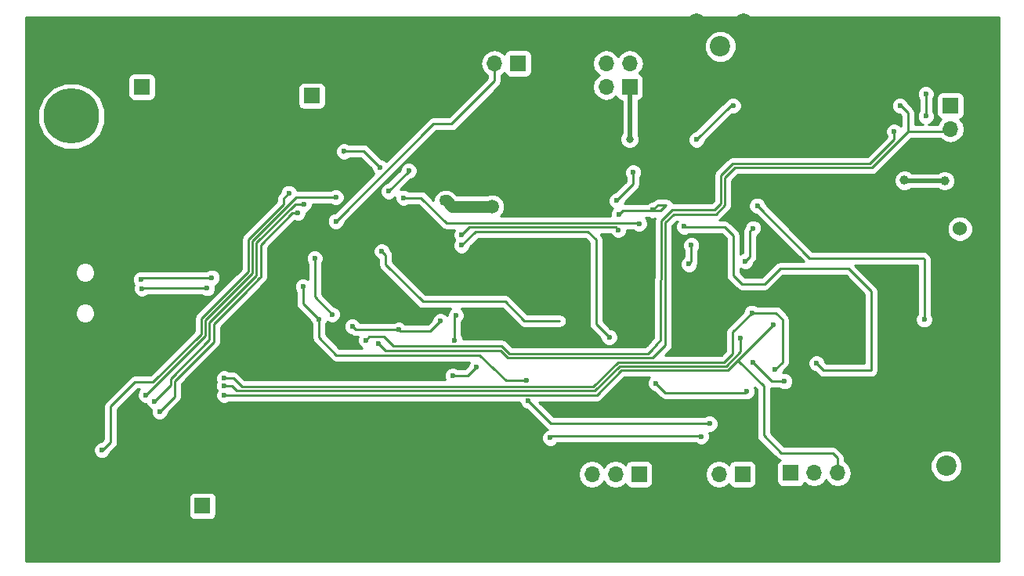
<source format=gbl>
G04 #@! TF.FileFunction,Copper,L2,Bot,Signal*
%FSLAX46Y46*%
G04 Gerber Fmt 4.6, Leading zero omitted, Abs format (unit mm)*
G04 Created by KiCad (PCBNEW 4.0.7) date 01/19/19 15:00:20*
%MOMM*%
%LPD*%
G01*
G04 APERTURE LIST*
%ADD10C,0.100000*%
%ADD11C,2.200000*%
%ADD12C,2.000000*%
%ADD13C,6.000000*%
%ADD14R,1.700000X1.700000*%
%ADD15O,1.700000X1.700000*%
%ADD16C,1.524000*%
%ADD17C,5.000000*%
%ADD18C,1.500000*%
%ADD19C,1.250000*%
%ADD20C,0.600000*%
%ADD21C,1.000000*%
%ADD22C,0.800000*%
%ADD23C,0.250000*%
%ADD24C,1.250000*%
%ADD25C,0.500000*%
%ADD26C,0.254000*%
G04 APERTURE END LIST*
D10*
D11*
X134874000Y-53403500D03*
D12*
X137414000Y-55943500D03*
X132334000Y-55943500D03*
X137414000Y-50863500D03*
X132334000Y-50863500D03*
D13*
X64770000Y-60960000D03*
X64770000Y-67960000D03*
D14*
X159766000Y-59817000D03*
D15*
X159766000Y-62357000D03*
X159766000Y-64897000D03*
D14*
X126111000Y-99695000D03*
D15*
X123571000Y-99695000D03*
X121031000Y-99695000D03*
X118491000Y-99695000D03*
D14*
X72390000Y-57785000D03*
D15*
X72390000Y-60325000D03*
D14*
X142494000Y-99568000D03*
D15*
X145034000Y-99568000D03*
X147574000Y-99568000D03*
X150114000Y-99568000D03*
D14*
X125095000Y-57785000D03*
D15*
X122555000Y-57785000D03*
X125095000Y-55245000D03*
X122555000Y-55245000D03*
X125095000Y-52705000D03*
X122555000Y-52705000D03*
D14*
X113030000Y-55245000D03*
D15*
X110490000Y-55245000D03*
X113030000Y-52705000D03*
X110490000Y-52705000D03*
D14*
X137287000Y-99695000D03*
D15*
X134747000Y-99695000D03*
X132207000Y-99695000D03*
D16*
X160782000Y-73152000D03*
X150782000Y-73152000D03*
D14*
X78930500Y-103124000D03*
X90741500Y-58737500D03*
D17*
X62230000Y-106680000D03*
X162560000Y-106680000D03*
X162560000Y-52705000D03*
X62230000Y-52705000D03*
D11*
X159321500Y-98806000D03*
D12*
X161861500Y-101346000D03*
X156781500Y-101346000D03*
X161861500Y-96266000D03*
X156781500Y-96266000D03*
D18*
X110236000Y-70739000D03*
D19*
X105156000Y-70104000D03*
D20*
X94234000Y-64770000D03*
X99060000Y-69088000D03*
X101219000Y-66865500D03*
X98107500Y-66484500D03*
X104648000Y-83121500D03*
D21*
X159131000Y-67945000D03*
X154773500Y-67905500D03*
D20*
X132334000Y-63500000D03*
X136271000Y-59817000D03*
D22*
X125095000Y-63436500D03*
D20*
X95123000Y-83693000D03*
X100139500Y-84074000D03*
X79946500Y-78422500D03*
X72263000Y-78613000D03*
X79438500Y-79565500D03*
X72390000Y-79629000D03*
X140779500Y-88392000D03*
X138303000Y-82232500D03*
X81280000Y-89281000D03*
X93345000Y-69723000D03*
X72834500Y-91122500D03*
X89916000Y-70485000D03*
X81280000Y-90170000D03*
X137096500Y-84963000D03*
X73723500Y-91821000D03*
X89217500Y-71437500D03*
X74295000Y-92900500D03*
X81280000Y-91122500D03*
X140589000Y-83566000D03*
X93345000Y-72326500D03*
X131508500Y-76962000D03*
X131762500Y-74930000D03*
X133731000Y-94234000D03*
X113982500Y-89535000D03*
X114109500Y-91757500D03*
X89789000Y-79375000D03*
X91503500Y-82931000D03*
X116522500Y-95758000D03*
X132842000Y-95631000D03*
X138430000Y-73088500D03*
X137604500Y-76644500D03*
X92964000Y-82423000D03*
X91059000Y-76327000D03*
X96583500Y-85217000D03*
X153670000Y-62611000D03*
X97980500Y-85598000D03*
X154305000Y-59817000D03*
X125476000Y-67056000D03*
X123698000Y-70104000D03*
X141833600Y-89636600D03*
X138455400Y-87630000D03*
X137769600Y-90728800D03*
X127914400Y-89839800D03*
X122885200Y-84861400D03*
X106934000Y-74930000D03*
X156921200Y-82956400D03*
X138887200Y-70637400D03*
X127609600Y-71120000D03*
X123926600Y-71628000D03*
X123875800Y-73279000D03*
X106934000Y-73787000D03*
X88265000Y-69278500D03*
X68072000Y-97091500D03*
X100647500Y-69786500D03*
X145288000Y-87693500D03*
X131000500Y-72898000D03*
X126111000Y-72580500D03*
X98298000Y-75565000D03*
X105968800Y-89052400D03*
X108534200Y-88112600D03*
X106197400Y-85191600D03*
X106324400Y-82499200D03*
X64897000Y-88011000D03*
X68707000Y-88074500D03*
X65341500Y-102679500D03*
X71247000Y-104076500D03*
X161861500Y-98107500D03*
X161861500Y-99568000D03*
X160020000Y-101346000D03*
X158623000Y-101346000D03*
X156781500Y-99568000D03*
X156781500Y-98044000D03*
X138303000Y-51752500D03*
X138176000Y-54991000D03*
X135445500Y-55943500D03*
X134239000Y-55943500D03*
X132334000Y-54102000D03*
X132334000Y-52641500D03*
X134429500Y-50863500D03*
X135636000Y-50863500D03*
X139573000Y-52324000D03*
X138811000Y-52324000D03*
X147193000Y-51562000D03*
X116586000Y-70612000D03*
X151892000Y-51689000D03*
X152908000Y-51689000D03*
X153987500Y-51689000D03*
X155067000Y-51689000D03*
X146177000Y-51562000D03*
X138684000Y-54524000D03*
X139573000Y-54524000D03*
X148463000Y-61976000D03*
X147447000Y-62230000D03*
X146431000Y-62230000D03*
X144653000Y-62230000D03*
X143637000Y-62230000D03*
X142621000Y-62230000D03*
X145415000Y-62230000D03*
X142367000Y-51562000D03*
X145415000Y-51943000D03*
X144145000Y-51562000D03*
X143256000Y-51562000D03*
X145415000Y-52705000D03*
X145415000Y-53594000D03*
X145415000Y-54737000D03*
X145415000Y-55753000D03*
X145415000Y-56769000D03*
X145415000Y-57785000D03*
X145415000Y-58801000D03*
X145415000Y-59944000D03*
X145415000Y-61087000D03*
X155321000Y-92075000D03*
X154432000Y-91313000D03*
X154432000Y-90297000D03*
X154432000Y-87503000D03*
X154432000Y-85979000D03*
X154432000Y-84582000D03*
X154432000Y-83439000D03*
X154432000Y-82169000D03*
X154432000Y-80899000D03*
X154432000Y-79756000D03*
X154432000Y-78613000D03*
X154178000Y-92964000D03*
X154432000Y-89154000D03*
X152908000Y-92964000D03*
X151638000Y-92964000D03*
X150495000Y-92964000D03*
X149225000Y-92964000D03*
X148082000Y-92964000D03*
X146939000Y-92964000D03*
X145796000Y-92964000D03*
X161290000Y-93726000D03*
X157226000Y-93726000D03*
X161290000Y-91948000D03*
X161298000Y-92837000D03*
X161298000Y-94742000D03*
X157353000Y-91821000D03*
X157218000Y-92837000D03*
X157218000Y-94869000D03*
D19*
X75946000Y-69088000D03*
X73660000Y-55118000D03*
D20*
X111201200Y-102031800D03*
D18*
X92075000Y-52070000D03*
D19*
X152273000Y-61087000D03*
D21*
X154559000Y-55991000D03*
D19*
X143065500Y-95250000D03*
X146939000Y-80454500D03*
D20*
X116903500Y-76390500D03*
X114198400Y-80822800D03*
X105537000Y-95758000D03*
X99377500Y-92710000D03*
X93535500Y-99695000D03*
X92202000Y-96266000D03*
X95377000Y-92773500D03*
X77994000Y-96139000D03*
D22*
X62992000Y-92646500D03*
D20*
X96342200Y-88468200D03*
X96520000Y-79248000D03*
X98806000Y-79692500D03*
X101663500Y-77787500D03*
X99250500Y-74295000D03*
D22*
X91821000Y-62496700D03*
X73787000Y-82550000D03*
X131762500Y-79248000D03*
D20*
X157099000Y-58547000D03*
X157099000Y-60960000D03*
D23*
X105156000Y-70104000D02*
X105283000Y-70104000D01*
D24*
X105918000Y-70739000D02*
X105283000Y-70104000D01*
X105918000Y-70739000D02*
X110236000Y-70739000D01*
D23*
X94107000Y-64897000D02*
X94234000Y-64770000D01*
X94297500Y-64706500D02*
X94234000Y-64770000D01*
X99060000Y-69088000D02*
X101219000Y-66929000D01*
X101219000Y-66929000D02*
X101219000Y-66865500D01*
X98107500Y-66484500D02*
X96329500Y-64706500D01*
X96329500Y-64706500D02*
X94297500Y-64706500D01*
X100139500Y-84074000D02*
X100266500Y-84201000D01*
X100266500Y-84201000D02*
X103568500Y-84201000D01*
X103568500Y-84201000D02*
X104648000Y-83121500D01*
D25*
X154773500Y-67905500D02*
X154813000Y-67945000D01*
X154813000Y-67945000D02*
X159131000Y-67945000D01*
D23*
X136017000Y-59817000D02*
X132334000Y-63500000D01*
X136271000Y-59817000D02*
X136017000Y-59817000D01*
D25*
X125158500Y-58166000D02*
X125158500Y-63373000D01*
X125158500Y-63373000D02*
X125095000Y-63436500D01*
D23*
X100139500Y-84074000D02*
X95504000Y-84074000D01*
X95504000Y-84074000D02*
X95123000Y-83693000D01*
X72453500Y-78422500D02*
X79946500Y-78422500D01*
X72263000Y-78613000D02*
X72453500Y-78422500D01*
X72453500Y-79565500D02*
X79438500Y-79565500D01*
X72390000Y-79629000D02*
X72453500Y-79565500D01*
X140906500Y-82232500D02*
X138303000Y-82232500D01*
X141605000Y-82931000D02*
X140906500Y-82232500D01*
X141605000Y-87566500D02*
X141605000Y-82931000D01*
X140779500Y-88392000D02*
X141605000Y-87566500D01*
X111887000Y-90222496D02*
X121166208Y-90222496D01*
X136207500Y-84328000D02*
X138303000Y-82232500D01*
X136207500Y-86674704D02*
X136207500Y-84328000D01*
X135326708Y-87555496D02*
X136207500Y-86674704D01*
X123833208Y-87555496D02*
X135326708Y-87555496D01*
X121166208Y-90222496D02*
X123833208Y-87555496D01*
X81280000Y-89281000D02*
X82243504Y-89281000D01*
X83185000Y-90222496D02*
X111887000Y-90222496D01*
X111887000Y-90222496D02*
X111950500Y-90222496D01*
X82243504Y-89281000D02*
X83185000Y-90222496D01*
X89090500Y-69723000D02*
X93345000Y-69723000D01*
X84328000Y-74485500D02*
X89090500Y-69723000D01*
X84328000Y-77978000D02*
X84328000Y-74485500D01*
X79248000Y-83058000D02*
X84328000Y-77978000D01*
X79248000Y-84709000D02*
X79248000Y-83058000D01*
X72834500Y-91122500D02*
X79248000Y-84709000D01*
X84778002Y-78164396D02*
X84646199Y-78296199D01*
X88964898Y-70485000D02*
X89916000Y-70485000D01*
X84778002Y-74671896D02*
X88964898Y-70485000D01*
X84646199Y-78296199D02*
X83312699Y-79629699D01*
X84778002Y-74671896D02*
X84778002Y-78164396D01*
X115316000Y-90672498D02*
X121352604Y-90672498D01*
X82111002Y-90170000D02*
X82613500Y-90672498D01*
X82613500Y-90672498D02*
X115316000Y-90672498D01*
X81280000Y-90170000D02*
X82111002Y-90170000D01*
X137096500Y-86422102D02*
X137096500Y-84963000D01*
X135513104Y-88005498D02*
X137096500Y-86422102D01*
X124019604Y-88005498D02*
X135513104Y-88005498D01*
X121352604Y-90672498D02*
X124019604Y-88005498D01*
X79698002Y-83244396D02*
X83312699Y-79629699D01*
X73723500Y-91821000D02*
X75470449Y-90074051D01*
X75470449Y-90074051D02*
X75470449Y-89375551D01*
X75470449Y-89375551D02*
X79698002Y-85147998D01*
X79698002Y-85147998D02*
X79698002Y-83244396D01*
X83312699Y-79629699D02*
X83313398Y-79629000D01*
X136715500Y-87439500D02*
X136842500Y-87439500D01*
X147574000Y-97917000D02*
X147574000Y-99568000D01*
X147066000Y-97409000D02*
X147574000Y-97917000D01*
X141478000Y-97409000D02*
X147066000Y-97409000D01*
X139573000Y-95504000D02*
X141478000Y-97409000D01*
X139573000Y-90170000D02*
X139573000Y-95504000D01*
X136842500Y-87439500D02*
X139573000Y-90170000D01*
X85228004Y-78350792D02*
X85228004Y-74858292D01*
X85228004Y-74858292D02*
X88648796Y-71437500D01*
X88648796Y-71437500D02*
X89217500Y-71437500D01*
X85228004Y-78350792D02*
X85096201Y-78482595D01*
X83441796Y-80137000D02*
X85096201Y-78482595D01*
X85096201Y-78482595D02*
X85228004Y-78350792D01*
X80148004Y-83430792D02*
X83441796Y-80137000D01*
X80148004Y-85396496D02*
X80148004Y-83430792D01*
X75920451Y-89624049D02*
X80148004Y-85396496D01*
X75920451Y-91275049D02*
X75920451Y-89624049D01*
X74295000Y-92900500D02*
X75920451Y-91275049D01*
X116522500Y-91122500D02*
X121539000Y-91122500D01*
X81280000Y-91122500D02*
X116522500Y-91122500D01*
X135699500Y-88455500D02*
X136715500Y-87439500D01*
X136715500Y-87439500D02*
X140589000Y-83566000D01*
X124206000Y-88455500D02*
X135699500Y-88455500D01*
X121539000Y-91122500D02*
X124206000Y-88455500D01*
X105854500Y-61785500D02*
X110490000Y-57150000D01*
X110490000Y-55245000D02*
X110490000Y-57150000D01*
X103886000Y-61785500D02*
X105854500Y-61785500D01*
X93345000Y-72326500D02*
X103886000Y-61785500D01*
X131508500Y-76962000D02*
X131762500Y-76708000D01*
X131762500Y-76708000D02*
X131762500Y-74930000D01*
X115125500Y-92773500D02*
X116586000Y-94234000D01*
X116586000Y-94234000D02*
X133731000Y-94234000D01*
X114109500Y-91757500D02*
X115125500Y-92773500D01*
X91503500Y-82931000D02*
X91503500Y-84899500D01*
X113982500Y-89535000D02*
X113982500Y-89535000D01*
X111760000Y-89535000D02*
X113982500Y-89535000D01*
X108902500Y-86804500D02*
X111760000Y-89535000D01*
X93408500Y-86804500D02*
X108902500Y-86804500D01*
X91503500Y-84899500D02*
X93408500Y-86804500D01*
X89789000Y-79438500D02*
X89789000Y-79375000D01*
X89789000Y-81216500D02*
X89789000Y-79438500D01*
X91503500Y-82931000D02*
X89789000Y-81216500D01*
X131381500Y-95567500D02*
X116713000Y-95567500D01*
X116713000Y-95567500D02*
X116522500Y-95758000D01*
X131381500Y-95567500D02*
X132778500Y-95567500D01*
X132778500Y-95567500D02*
X132842000Y-95631000D01*
X138112500Y-73406000D02*
X138430000Y-73088500D01*
X138112500Y-76136500D02*
X138112500Y-73406000D01*
X137604500Y-76644500D02*
X138112500Y-76136500D01*
X91059000Y-80518000D02*
X91059000Y-76327000D01*
X92964000Y-82423000D02*
X91059000Y-80518000D01*
X109348398Y-85852000D02*
X111278798Y-85852000D01*
X127321604Y-86417998D02*
X127512104Y-86227498D01*
X134931998Y-67441104D02*
X134931998Y-67379002D01*
X134931998Y-70425604D02*
X134931998Y-67441104D01*
X134243104Y-71114498D02*
X134931998Y-70425604D01*
X129671104Y-71114498D02*
X134243104Y-71114498D01*
X128518498Y-72267104D02*
X129671104Y-71114498D01*
X128460500Y-85153500D02*
X128518498Y-72267104D01*
X127512104Y-86227498D02*
X128460500Y-85153500D01*
X153670000Y-62611000D02*
X153670000Y-63498602D01*
X151070604Y-66097998D02*
X153670000Y-63498602D01*
X136213002Y-66097998D02*
X151070604Y-66097998D01*
X134931998Y-67379002D02*
X136213002Y-66097998D01*
X96964500Y-84836000D02*
X98552000Y-84836000D01*
X96583500Y-85217000D02*
X96964500Y-84836000D01*
X99568000Y-85852000D02*
X109348398Y-85852000D01*
X98552000Y-84836000D02*
X99568000Y-85852000D01*
X127084110Y-86655492D02*
X127321604Y-86417998D01*
X112082290Y-86655492D02*
X127084110Y-86655492D01*
X111278798Y-85852000D02*
X112082290Y-86655492D01*
X153543000Y-62738000D02*
X153670000Y-62611000D01*
X127857250Y-86836250D02*
X127853444Y-86836250D01*
X109214498Y-86354498D02*
X98736998Y-86354498D01*
X98736998Y-86354498D02*
X97980500Y-85598000D01*
X111144898Y-86354498D02*
X109214498Y-86354498D01*
X111895894Y-87105494D02*
X111144898Y-86354498D01*
X127584200Y-87105494D02*
X111895894Y-87105494D01*
X127853444Y-86836250D02*
X127584200Y-87105494D01*
X155194000Y-62611000D02*
X151536400Y-66268600D01*
X151257000Y-66548000D02*
X151536400Y-66268600D01*
X135382000Y-70612000D02*
X135382000Y-67665600D01*
X134429500Y-71564500D02*
X135382000Y-70612000D01*
X129857500Y-71564500D02*
X134429500Y-71564500D01*
X128968500Y-72453500D02*
X129857500Y-71564500D01*
X128968500Y-85725000D02*
X128968500Y-72453500D01*
X127825500Y-86868000D02*
X127857250Y-86836250D01*
X127857250Y-86836250D02*
X128968500Y-85725000D01*
X135382000Y-67627500D02*
X136461500Y-66548000D01*
X135382000Y-67665600D02*
X135382000Y-67627500D01*
X136461500Y-66548000D02*
X151257000Y-66548000D01*
X155194000Y-62611000D02*
X159512000Y-62611000D01*
X159512000Y-62611000D02*
X159766000Y-62357000D01*
X154432000Y-59817000D02*
X154305000Y-59817000D01*
X155194000Y-60579000D02*
X154432000Y-59817000D01*
X155194000Y-62611000D02*
X155194000Y-60579000D01*
X125476000Y-68326000D02*
X125476000Y-67056000D01*
X123698000Y-70104000D02*
X125476000Y-68326000D01*
X140462000Y-89636600D02*
X141833600Y-89636600D01*
X138455400Y-87630000D02*
X140462000Y-89636600D01*
X137642600Y-90855800D02*
X137769600Y-90728800D01*
X128930400Y-90855800D02*
X137642600Y-90855800D01*
X127914400Y-89839800D02*
X128930400Y-90855800D01*
X121462800Y-83439000D02*
X122885200Y-84861400D01*
X121462800Y-74295000D02*
X121462800Y-83439000D01*
X120584804Y-73417004D02*
X121462800Y-74295000D01*
X108446996Y-73417004D02*
X120584804Y-73417004D01*
X106934000Y-74930000D02*
X108446996Y-73417004D01*
X156921200Y-76454000D02*
X156921200Y-82956400D01*
X156768800Y-76301600D02*
X156921200Y-76454000D01*
X144551400Y-76301600D02*
X156768800Y-76301600D01*
X138887200Y-70637400D02*
X144551400Y-76301600D01*
X128168400Y-70561200D02*
X127609600Y-71120000D01*
X129057400Y-70561200D02*
X128168400Y-70561200D01*
X128422400Y-71196200D02*
X129057400Y-70561200D01*
X124358400Y-71196200D02*
X128422400Y-71196200D01*
X123926600Y-71628000D02*
X124358400Y-71196200D01*
X123563802Y-72967002D02*
X123875800Y-73279000D01*
X107753998Y-72967002D02*
X123563802Y-72967002D01*
X106934000Y-73787000D02*
X107753998Y-72967002D01*
X78797998Y-84522604D02*
X78797998Y-82871604D01*
X88265000Y-69278500D02*
X87693500Y-69850000D01*
X87693500Y-69850000D02*
X87693500Y-70483602D01*
X87693500Y-70483602D02*
X83877998Y-74299104D01*
X83877998Y-74299104D02*
X83877998Y-77791604D01*
X83877998Y-77791604D02*
X79215551Y-82454051D01*
X78797998Y-84522604D02*
X73595102Y-89725500D01*
X73595102Y-89725500D02*
X71628000Y-89725500D01*
X71628000Y-89725500D02*
X69024500Y-92329000D01*
X69024500Y-92329000D02*
X69024500Y-96202500D01*
X69024500Y-96202500D02*
X68135500Y-97091500D01*
X68135500Y-97091500D02*
X68072000Y-97091500D01*
X78797998Y-82871604D02*
X79215551Y-82454051D01*
X100647500Y-69786500D02*
X102552500Y-69786500D01*
X105283000Y-72517000D02*
X106680000Y-72517000D01*
X102552500Y-69786500D02*
X105283000Y-72517000D01*
X106426000Y-72517000D02*
X106680000Y-72517000D01*
X106680000Y-72517000D02*
X111760000Y-72517000D01*
X146050000Y-88455500D02*
X145288000Y-87693500D01*
X151193500Y-88455500D02*
X146050000Y-88455500D01*
X151193500Y-79883000D02*
X151193500Y-88455500D01*
X148780500Y-77470000D02*
X151193500Y-79883000D01*
X141351000Y-77470000D02*
X148780500Y-77470000D01*
X139700000Y-79121000D02*
X141351000Y-77470000D01*
X137223500Y-79121000D02*
X139700000Y-79121000D01*
X136271000Y-78168500D02*
X137223500Y-79121000D01*
X136271000Y-73850500D02*
X136271000Y-78168500D01*
X135382000Y-72961500D02*
X136271000Y-73850500D01*
X131064000Y-72961500D02*
X135382000Y-72961500D01*
X131000500Y-72898000D02*
X131064000Y-72961500D01*
X111506000Y-72517000D02*
X111760000Y-72517000D01*
X111760000Y-72517000D02*
X126047500Y-72517000D01*
X126047500Y-72517000D02*
X126111000Y-72580500D01*
X113724396Y-83115998D02*
X117534396Y-83115998D01*
X111628896Y-81020498D02*
X113724396Y-83115998D01*
X102738896Y-81020498D02*
X111628896Y-81020498D01*
X98742500Y-77024102D02*
X102738896Y-81020498D01*
X98742500Y-76009500D02*
X98742500Y-77024102D01*
X98298000Y-75565000D02*
X98742500Y-76009500D01*
X107594400Y-89052400D02*
X105968800Y-89052400D01*
X108534200Y-88112600D02*
X107594400Y-89052400D01*
X106197400Y-82626200D02*
X106197400Y-85191600D01*
X106324400Y-82499200D02*
X106197400Y-82626200D01*
X65341500Y-102679500D02*
X65214500Y-102679500D01*
X138684000Y-54524000D02*
X138684000Y-54546500D01*
X139573000Y-54524000D02*
X139573000Y-54546500D01*
D25*
X161298000Y-92837000D02*
X161290000Y-92837000D01*
X161298000Y-94742000D02*
X161290000Y-94742000D01*
X157218000Y-92837000D02*
X157226000Y-92837000D01*
X157218000Y-94869000D02*
X157226000Y-94869000D01*
X154559000Y-55991000D02*
X154559000Y-56007000D01*
D23*
X99250500Y-74295000D02*
X99250500Y-74358500D01*
X157099000Y-58547000D02*
X157099000Y-60960000D01*
D26*
G36*
X164973000Y-109093000D02*
X59817000Y-109093000D01*
X59817000Y-102274000D01*
X77433060Y-102274000D01*
X77433060Y-103974000D01*
X77477338Y-104209317D01*
X77616410Y-104425441D01*
X77828610Y-104570431D01*
X78080500Y-104621440D01*
X79780500Y-104621440D01*
X80015817Y-104577162D01*
X80231941Y-104438090D01*
X80376931Y-104225890D01*
X80427940Y-103974000D01*
X80427940Y-102274000D01*
X80383662Y-102038683D01*
X80244590Y-101822559D01*
X80032390Y-101677569D01*
X79780500Y-101626560D01*
X78080500Y-101626560D01*
X77845183Y-101670838D01*
X77629059Y-101809910D01*
X77484069Y-102022110D01*
X77433060Y-102274000D01*
X59817000Y-102274000D01*
X59817000Y-99665907D01*
X119546000Y-99665907D01*
X119546000Y-99724093D01*
X119659039Y-100292378D01*
X119980946Y-100774147D01*
X120462715Y-101096054D01*
X121031000Y-101209093D01*
X121599285Y-101096054D01*
X122081054Y-100774147D01*
X122301000Y-100444974D01*
X122520946Y-100774147D01*
X123002715Y-101096054D01*
X123571000Y-101209093D01*
X124139285Y-101096054D01*
X124621054Y-100774147D01*
X124648850Y-100732548D01*
X124657838Y-100780317D01*
X124796910Y-100996441D01*
X125009110Y-101141431D01*
X125261000Y-101192440D01*
X126961000Y-101192440D01*
X127196317Y-101148162D01*
X127412441Y-101009090D01*
X127557431Y-100796890D01*
X127608440Y-100545000D01*
X127608440Y-99665907D01*
X133262000Y-99665907D01*
X133262000Y-99724093D01*
X133375039Y-100292378D01*
X133696946Y-100774147D01*
X134178715Y-101096054D01*
X134747000Y-101209093D01*
X135315285Y-101096054D01*
X135797054Y-100774147D01*
X135824850Y-100732548D01*
X135833838Y-100780317D01*
X135972910Y-100996441D01*
X136185110Y-101141431D01*
X136437000Y-101192440D01*
X138137000Y-101192440D01*
X138372317Y-101148162D01*
X138588441Y-101009090D01*
X138733431Y-100796890D01*
X138784440Y-100545000D01*
X138784440Y-98845000D01*
X138740162Y-98609683D01*
X138601090Y-98393559D01*
X138388890Y-98248569D01*
X138137000Y-98197560D01*
X136437000Y-98197560D01*
X136201683Y-98241838D01*
X135985559Y-98380910D01*
X135840569Y-98593110D01*
X135826914Y-98660541D01*
X135797054Y-98615853D01*
X135315285Y-98293946D01*
X134747000Y-98180907D01*
X134178715Y-98293946D01*
X133696946Y-98615853D01*
X133375039Y-99097622D01*
X133262000Y-99665907D01*
X127608440Y-99665907D01*
X127608440Y-98845000D01*
X127564162Y-98609683D01*
X127425090Y-98393559D01*
X127212890Y-98248569D01*
X126961000Y-98197560D01*
X125261000Y-98197560D01*
X125025683Y-98241838D01*
X124809559Y-98380910D01*
X124664569Y-98593110D01*
X124650914Y-98660541D01*
X124621054Y-98615853D01*
X124139285Y-98293946D01*
X123571000Y-98180907D01*
X123002715Y-98293946D01*
X122520946Y-98615853D01*
X122301000Y-98945026D01*
X122081054Y-98615853D01*
X121599285Y-98293946D01*
X121031000Y-98180907D01*
X120462715Y-98293946D01*
X119980946Y-98615853D01*
X119659039Y-99097622D01*
X119546000Y-99665907D01*
X59817000Y-99665907D01*
X59817000Y-97276667D01*
X67136838Y-97276667D01*
X67278883Y-97620443D01*
X67541673Y-97883692D01*
X67885201Y-98026338D01*
X68257167Y-98026662D01*
X68600943Y-97884617D01*
X68864192Y-97621827D01*
X68995004Y-97306798D01*
X69561901Y-96739901D01*
X69726648Y-96493339D01*
X69784500Y-96202500D01*
X69784500Y-92643802D01*
X71942802Y-90485500D01*
X72149167Y-90485500D01*
X72042308Y-90592173D01*
X71899662Y-90935701D01*
X71899338Y-91307667D01*
X72041383Y-91651443D01*
X72304173Y-91914692D01*
X72647701Y-92057338D01*
X72809540Y-92057479D01*
X72930383Y-92349943D01*
X73193173Y-92613192D01*
X73371201Y-92687116D01*
X73360162Y-92713701D01*
X73359838Y-93085667D01*
X73501883Y-93429443D01*
X73764673Y-93692692D01*
X74108201Y-93835338D01*
X74480167Y-93835662D01*
X74823943Y-93693617D01*
X75087192Y-93430827D01*
X75229838Y-93087299D01*
X75229879Y-93040423D01*
X76457852Y-91812450D01*
X76622599Y-91565888D01*
X76680451Y-91275049D01*
X76680451Y-89938851D01*
X77153135Y-89466167D01*
X80344838Y-89466167D01*
X80452080Y-89725714D01*
X80345162Y-89983201D01*
X80344838Y-90355167D01*
X80465232Y-90646543D01*
X80345162Y-90935701D01*
X80344838Y-91307667D01*
X80486883Y-91651443D01*
X80749673Y-91914692D01*
X81093201Y-92057338D01*
X81465167Y-92057662D01*
X81808943Y-91915617D01*
X81842118Y-91882500D01*
X113174390Y-91882500D01*
X113174338Y-91942667D01*
X113316383Y-92286443D01*
X113579173Y-92549692D01*
X113922701Y-92692338D01*
X113969577Y-92692379D01*
X116048599Y-94771401D01*
X116206491Y-94876901D01*
X115993557Y-94964883D01*
X115730308Y-95227673D01*
X115587662Y-95571201D01*
X115587338Y-95943167D01*
X115729383Y-96286943D01*
X115992173Y-96550192D01*
X116335701Y-96692838D01*
X116707667Y-96693162D01*
X117051443Y-96551117D01*
X117275451Y-96327500D01*
X132216148Y-96327500D01*
X132311673Y-96423192D01*
X132655201Y-96565838D01*
X133027167Y-96566162D01*
X133370943Y-96424117D01*
X133634192Y-96161327D01*
X133776838Y-95817799D01*
X133777162Y-95445833D01*
X133662753Y-95168941D01*
X133916167Y-95169162D01*
X134259943Y-95027117D01*
X134523192Y-94764327D01*
X134665838Y-94420799D01*
X134666162Y-94048833D01*
X134524117Y-93705057D01*
X134261327Y-93441808D01*
X133917799Y-93299162D01*
X133545833Y-93298838D01*
X133202057Y-93440883D01*
X133168882Y-93474000D01*
X116900802Y-93474000D01*
X115309302Y-91882500D01*
X121539000Y-91882500D01*
X121829839Y-91824648D01*
X122076401Y-91659901D01*
X124520802Y-89215500D01*
X127216345Y-89215500D01*
X127122208Y-89309473D01*
X126979562Y-89653001D01*
X126979238Y-90024967D01*
X127121283Y-90368743D01*
X127384073Y-90631992D01*
X127727601Y-90774638D01*
X127774477Y-90774679D01*
X128392999Y-91393201D01*
X128639561Y-91557948D01*
X128930400Y-91615800D01*
X137467595Y-91615800D01*
X137582801Y-91663638D01*
X137954767Y-91663962D01*
X138298543Y-91521917D01*
X138561792Y-91259127D01*
X138704438Y-90915599D01*
X138704762Y-90543633D01*
X138587124Y-90258926D01*
X138813000Y-90484802D01*
X138813000Y-95504000D01*
X138870852Y-95794839D01*
X139035599Y-96041401D01*
X140940599Y-97946401D01*
X141187161Y-98111148D01*
X141360756Y-98145678D01*
X141192559Y-98253910D01*
X141047569Y-98466110D01*
X140996560Y-98718000D01*
X140996560Y-100418000D01*
X141040838Y-100653317D01*
X141179910Y-100869441D01*
X141392110Y-101014431D01*
X141644000Y-101065440D01*
X143344000Y-101065440D01*
X143579317Y-101021162D01*
X143795441Y-100882090D01*
X143940431Y-100669890D01*
X143954086Y-100602459D01*
X143983946Y-100647147D01*
X144465715Y-100969054D01*
X145034000Y-101082093D01*
X145602285Y-100969054D01*
X146084054Y-100647147D01*
X146304000Y-100317974D01*
X146523946Y-100647147D01*
X147005715Y-100969054D01*
X147574000Y-101082093D01*
X148142285Y-100969054D01*
X148624054Y-100647147D01*
X148945961Y-100165378D01*
X149059000Y-99597093D01*
X149059000Y-99538907D01*
X148981562Y-99149599D01*
X157586199Y-99149599D01*
X157849781Y-99787515D01*
X158337418Y-100276004D01*
X158974873Y-100540699D01*
X159665099Y-100541301D01*
X160303015Y-100277719D01*
X160791504Y-99790082D01*
X161056199Y-99152627D01*
X161056801Y-98462401D01*
X160793219Y-97824485D01*
X160305582Y-97335996D01*
X159668127Y-97071301D01*
X158977901Y-97070699D01*
X158339985Y-97334281D01*
X157851496Y-97821918D01*
X157586801Y-98459373D01*
X157586199Y-99149599D01*
X148981562Y-99149599D01*
X148945961Y-98970622D01*
X148624054Y-98488853D01*
X148334000Y-98295046D01*
X148334000Y-97917000D01*
X148276148Y-97626161D01*
X148111401Y-97379599D01*
X147603401Y-96871599D01*
X147356839Y-96706852D01*
X147066000Y-96649000D01*
X141792802Y-96649000D01*
X140333000Y-95189198D01*
X140333000Y-90370940D01*
X140462000Y-90396600D01*
X141271137Y-90396600D01*
X141303273Y-90428792D01*
X141646801Y-90571438D01*
X142018767Y-90571762D01*
X142362543Y-90429717D01*
X142625792Y-90166927D01*
X142768438Y-89823399D01*
X142768762Y-89451433D01*
X142626717Y-89107657D01*
X142363927Y-88844408D01*
X142020399Y-88701762D01*
X141663408Y-88701451D01*
X141714338Y-88578799D01*
X141714379Y-88531923D01*
X142142401Y-88103901D01*
X142307148Y-87857340D01*
X142365000Y-87566500D01*
X142365000Y-82931000D01*
X142332955Y-82769901D01*
X142307148Y-82640160D01*
X142142401Y-82393599D01*
X141443901Y-81695099D01*
X141197339Y-81530352D01*
X140906500Y-81472500D01*
X138865463Y-81472500D01*
X138833327Y-81440308D01*
X138489799Y-81297662D01*
X138117833Y-81297338D01*
X137774057Y-81439383D01*
X137510808Y-81702173D01*
X137368162Y-82045701D01*
X137368121Y-82092577D01*
X135670099Y-83790599D01*
X135505352Y-84037161D01*
X135447500Y-84328000D01*
X135447500Y-86359902D01*
X135011906Y-86795496D01*
X128972806Y-86795496D01*
X129505901Y-86262401D01*
X129670648Y-86015839D01*
X129728500Y-85725000D01*
X129728500Y-77147167D01*
X130573338Y-77147167D01*
X130715383Y-77490943D01*
X130978173Y-77754192D01*
X131321701Y-77896838D01*
X131693667Y-77897162D01*
X132037443Y-77755117D01*
X132300692Y-77492327D01*
X132443338Y-77148799D01*
X132443441Y-77030579D01*
X132464648Y-76998840D01*
X132522500Y-76708000D01*
X132522500Y-75492463D01*
X132554692Y-75460327D01*
X132697338Y-75116799D01*
X132697662Y-74744833D01*
X132555617Y-74401057D01*
X132292827Y-74137808D01*
X131949299Y-73995162D01*
X131577333Y-73994838D01*
X131233557Y-74136883D01*
X130970308Y-74399673D01*
X130827662Y-74743201D01*
X130827338Y-75115167D01*
X130969383Y-75458943D01*
X131002500Y-75492118D01*
X131002500Y-76159403D01*
X130979557Y-76168883D01*
X130716308Y-76431673D01*
X130573662Y-76775201D01*
X130573338Y-77147167D01*
X129728500Y-77147167D01*
X129728500Y-72768302D01*
X130172302Y-72324500D01*
X130251556Y-72324500D01*
X130208308Y-72367673D01*
X130065662Y-72711201D01*
X130065338Y-73083167D01*
X130207383Y-73426943D01*
X130470173Y-73690192D01*
X130813701Y-73832838D01*
X131185667Y-73833162D01*
X131455910Y-73721500D01*
X135067198Y-73721500D01*
X135511000Y-74165302D01*
X135511000Y-78168500D01*
X135568852Y-78459339D01*
X135733599Y-78705901D01*
X136686099Y-79658401D01*
X136932660Y-79823148D01*
X136980914Y-79832746D01*
X137223500Y-79881000D01*
X139700000Y-79881000D01*
X139990839Y-79823148D01*
X140237401Y-79658401D01*
X141665802Y-78230000D01*
X148465698Y-78230000D01*
X150433500Y-80197802D01*
X150433500Y-87695500D01*
X146364802Y-87695500D01*
X146223122Y-87553820D01*
X146223162Y-87508333D01*
X146081117Y-87164557D01*
X145818327Y-86901308D01*
X145474799Y-86758662D01*
X145102833Y-86758338D01*
X144759057Y-86900383D01*
X144495808Y-87163173D01*
X144353162Y-87506701D01*
X144352838Y-87878667D01*
X144494883Y-88222443D01*
X144757673Y-88485692D01*
X145101201Y-88628338D01*
X145148077Y-88628379D01*
X145512599Y-88992901D01*
X145759161Y-89157648D01*
X146050000Y-89215500D01*
X151193500Y-89215500D01*
X151484339Y-89157648D01*
X151730901Y-88992901D01*
X151895648Y-88746339D01*
X151953500Y-88455500D01*
X151953500Y-79883000D01*
X151895648Y-79592161D01*
X151895648Y-79592160D01*
X151730901Y-79345599D01*
X149446902Y-77061600D01*
X156161200Y-77061600D01*
X156161200Y-82393937D01*
X156129008Y-82426073D01*
X155986362Y-82769601D01*
X155986038Y-83141567D01*
X156128083Y-83485343D01*
X156390873Y-83748592D01*
X156734401Y-83891238D01*
X157106367Y-83891562D01*
X157450143Y-83749517D01*
X157713392Y-83486727D01*
X157856038Y-83143199D01*
X157856362Y-82771233D01*
X157714317Y-82427457D01*
X157681200Y-82394282D01*
X157681200Y-76454000D01*
X157623348Y-76163161D01*
X157458601Y-75916599D01*
X157306201Y-75764199D01*
X157059639Y-75599452D01*
X156768800Y-75541600D01*
X144866202Y-75541600D01*
X142753263Y-73428661D01*
X159384758Y-73428661D01*
X159596990Y-73942303D01*
X159989630Y-74335629D01*
X160502900Y-74548757D01*
X161058661Y-74549242D01*
X161572303Y-74337010D01*
X161965629Y-73944370D01*
X162178757Y-73431100D01*
X162179242Y-72875339D01*
X161967010Y-72361697D01*
X161574370Y-71968371D01*
X161061100Y-71755243D01*
X160505339Y-71754758D01*
X159991697Y-71966990D01*
X159598371Y-72359630D01*
X159385243Y-72872900D01*
X159384758Y-73428661D01*
X142753263Y-73428661D01*
X139822322Y-70497720D01*
X139822362Y-70452233D01*
X139680317Y-70108457D01*
X139417527Y-69845208D01*
X139073999Y-69702562D01*
X138702033Y-69702238D01*
X138358257Y-69844283D01*
X138095008Y-70107073D01*
X137952362Y-70450601D01*
X137952038Y-70822567D01*
X138094083Y-71166343D01*
X138356873Y-71429592D01*
X138700401Y-71572238D01*
X138747277Y-71572279D01*
X143884998Y-76710000D01*
X141351000Y-76710000D01*
X141060161Y-76767852D01*
X140813599Y-76932599D01*
X139385198Y-78361000D01*
X137538302Y-78361000D01*
X137031000Y-77853698D01*
X137031000Y-77393444D01*
X137074173Y-77436692D01*
X137417701Y-77579338D01*
X137789667Y-77579662D01*
X138133443Y-77437617D01*
X138396692Y-77174827D01*
X138539338Y-76831299D01*
X138539379Y-76784423D01*
X138649901Y-76673901D01*
X138766206Y-76499838D01*
X138814648Y-76427339D01*
X138872500Y-76136500D01*
X138872500Y-73917334D01*
X138958943Y-73881617D01*
X139222192Y-73618827D01*
X139364838Y-73275299D01*
X139365162Y-72903333D01*
X139223117Y-72559557D01*
X138960327Y-72296308D01*
X138616799Y-72153662D01*
X138244833Y-72153338D01*
X137901057Y-72295383D01*
X137637808Y-72558173D01*
X137495162Y-72901701D01*
X137495087Y-72988346D01*
X137410352Y-73115161D01*
X137352500Y-73406000D01*
X137352500Y-75736953D01*
X137075557Y-75851383D01*
X137031000Y-75895862D01*
X137031000Y-73850500D01*
X136973148Y-73559661D01*
X136808401Y-73313099D01*
X135919401Y-72424099D01*
X135672839Y-72259352D01*
X135382000Y-72201500D01*
X134817840Y-72201500D01*
X134966901Y-72101901D01*
X135919401Y-71149401D01*
X136084148Y-70902840D01*
X136097665Y-70834883D01*
X136142000Y-70612000D01*
X136142000Y-68130275D01*
X153638303Y-68130275D01*
X153810733Y-68547586D01*
X154129735Y-68867145D01*
X154546744Y-69040303D01*
X154998275Y-69040697D01*
X155415586Y-68868267D01*
X155453920Y-68830000D01*
X158410724Y-68830000D01*
X158487235Y-68906645D01*
X158904244Y-69079803D01*
X159355775Y-69080197D01*
X159773086Y-68907767D01*
X160092645Y-68588765D01*
X160265803Y-68171756D01*
X160266197Y-67720225D01*
X160093767Y-67302914D01*
X159774765Y-66983355D01*
X159357756Y-66810197D01*
X158906225Y-66809803D01*
X158488914Y-66982233D01*
X158411011Y-67060000D01*
X155533208Y-67060000D01*
X155417265Y-66943855D01*
X155000256Y-66770697D01*
X154548725Y-66770303D01*
X154131414Y-66942733D01*
X153811855Y-67261735D01*
X153638697Y-67678744D01*
X153638303Y-68130275D01*
X136142000Y-68130275D01*
X136142000Y-67942302D01*
X136776302Y-67308000D01*
X151257000Y-67308000D01*
X151547839Y-67250148D01*
X151794401Y-67085401D01*
X155508802Y-63371000D01*
X158662763Y-63371000D01*
X158686853Y-63407054D01*
X159168622Y-63728961D01*
X159736907Y-63842000D01*
X159795093Y-63842000D01*
X160363378Y-63728961D01*
X160845147Y-63407054D01*
X161167054Y-62925285D01*
X161280093Y-62357000D01*
X161167054Y-61788715D01*
X160845147Y-61306946D01*
X160803548Y-61279150D01*
X160851317Y-61270162D01*
X161067441Y-61131090D01*
X161212431Y-60918890D01*
X161263440Y-60667000D01*
X161263440Y-58967000D01*
X161219162Y-58731683D01*
X161080090Y-58515559D01*
X160867890Y-58370569D01*
X160616000Y-58319560D01*
X158916000Y-58319560D01*
X158680683Y-58363838D01*
X158464559Y-58502910D01*
X158319569Y-58715110D01*
X158268560Y-58967000D01*
X158268560Y-60667000D01*
X158312838Y-60902317D01*
X158451910Y-61118441D01*
X158664110Y-61263431D01*
X158731541Y-61277086D01*
X158686853Y-61306946D01*
X158364946Y-61788715D01*
X158352557Y-61851000D01*
X157391047Y-61851000D01*
X157627943Y-61753117D01*
X157891192Y-61490327D01*
X158033838Y-61146799D01*
X158034162Y-60774833D01*
X157892117Y-60431057D01*
X157859000Y-60397882D01*
X157859000Y-59109463D01*
X157891192Y-59077327D01*
X158033838Y-58733799D01*
X158034162Y-58361833D01*
X157892117Y-58018057D01*
X157629327Y-57754808D01*
X157285799Y-57612162D01*
X156913833Y-57611838D01*
X156570057Y-57753883D01*
X156306808Y-58016673D01*
X156164162Y-58360201D01*
X156163838Y-58732167D01*
X156305883Y-59075943D01*
X156339000Y-59109118D01*
X156339000Y-60397537D01*
X156306808Y-60429673D01*
X156164162Y-60773201D01*
X156163838Y-61145167D01*
X156305883Y-61488943D01*
X156568673Y-61752192D01*
X156806628Y-61851000D01*
X155954000Y-61851000D01*
X155954000Y-60579000D01*
X155896148Y-60288161D01*
X155731401Y-60041599D01*
X155182794Y-59492992D01*
X155098117Y-59288057D01*
X154835327Y-59024808D01*
X154491799Y-58882162D01*
X154119833Y-58881838D01*
X153776057Y-59023883D01*
X153512808Y-59286673D01*
X153370162Y-59630201D01*
X153369838Y-60002167D01*
X153511883Y-60345943D01*
X153774673Y-60609192D01*
X154118201Y-60751838D01*
X154292188Y-60751990D01*
X154434000Y-60893802D01*
X154434000Y-62052889D01*
X154200327Y-61818808D01*
X153856799Y-61676162D01*
X153484833Y-61675838D01*
X153141057Y-61817883D01*
X152877808Y-62080673D01*
X152735162Y-62424201D01*
X152734838Y-62796167D01*
X152876883Y-63139943D01*
X152910000Y-63173118D01*
X152910000Y-63183800D01*
X150755802Y-65337998D01*
X136213002Y-65337998D01*
X135922162Y-65395850D01*
X135675601Y-65560597D01*
X134394597Y-66841601D01*
X134229850Y-67088163D01*
X134171998Y-67379002D01*
X134171998Y-70110802D01*
X133928302Y-70354498D01*
X129776284Y-70354498D01*
X129759548Y-70270360D01*
X129594801Y-70023799D01*
X129348240Y-69859052D01*
X129057400Y-69801200D01*
X128168400Y-69801200D01*
X127877561Y-69859052D01*
X127630999Y-70023799D01*
X127469920Y-70184878D01*
X127424433Y-70184838D01*
X127080657Y-70326883D01*
X126971149Y-70436200D01*
X124572462Y-70436200D01*
X124632838Y-70290799D01*
X124632879Y-70243923D01*
X126013401Y-68863401D01*
X126178148Y-68616839D01*
X126236000Y-68326000D01*
X126236000Y-67618463D01*
X126268192Y-67586327D01*
X126410838Y-67242799D01*
X126411162Y-66870833D01*
X126269117Y-66527057D01*
X126006327Y-66263808D01*
X125662799Y-66121162D01*
X125290833Y-66120838D01*
X124947057Y-66262883D01*
X124683808Y-66525673D01*
X124541162Y-66869201D01*
X124540838Y-67241167D01*
X124682883Y-67584943D01*
X124716000Y-67618118D01*
X124716000Y-68011198D01*
X123558320Y-69168878D01*
X123512833Y-69168838D01*
X123169057Y-69310883D01*
X122905808Y-69573673D01*
X122763162Y-69917201D01*
X122762838Y-70289167D01*
X122904883Y-70632943D01*
X123167673Y-70896192D01*
X123286721Y-70945625D01*
X123134408Y-71097673D01*
X122991762Y-71441201D01*
X122991487Y-71757000D01*
X111176620Y-71757000D01*
X111409461Y-71524564D01*
X111620759Y-71015702D01*
X111621240Y-70464715D01*
X111410831Y-69955485D01*
X111021564Y-69565539D01*
X110512702Y-69354241D01*
X109961715Y-69353760D01*
X109658610Y-69479000D01*
X106439910Y-69479000D01*
X106173955Y-69213045D01*
X105765181Y-68939912D01*
X105521404Y-68891421D01*
X105407729Y-68844219D01*
X105283562Y-68844111D01*
X105283000Y-68843999D01*
X105282443Y-68844110D01*
X104906470Y-68843782D01*
X104443200Y-69035201D01*
X104088447Y-69389335D01*
X103896219Y-69852271D01*
X103896042Y-70055240D01*
X103089901Y-69249099D01*
X102843339Y-69084352D01*
X102552500Y-69026500D01*
X101209963Y-69026500D01*
X101177827Y-68994308D01*
X100834299Y-68851662D01*
X100462333Y-68851338D01*
X100307480Y-68915322D01*
X101434795Y-67788007D01*
X101747943Y-67658617D01*
X102011192Y-67395827D01*
X102153838Y-67052299D01*
X102154162Y-66680333D01*
X102012117Y-66336557D01*
X101749327Y-66073308D01*
X101405799Y-65930662D01*
X101033833Y-65930338D01*
X100690057Y-66072383D01*
X100426808Y-66335173D01*
X100284162Y-66678701D01*
X100284066Y-66789132D01*
X98920320Y-68152878D01*
X98874833Y-68152838D01*
X98531057Y-68294883D01*
X98267808Y-68557673D01*
X98125162Y-68901201D01*
X98124838Y-69273167D01*
X98266883Y-69616943D01*
X98529673Y-69880192D01*
X98873201Y-70022838D01*
X99245167Y-70023162D01*
X99588943Y-69881117D01*
X99712524Y-69757751D01*
X99712338Y-69971667D01*
X99854383Y-70315443D01*
X100117173Y-70578692D01*
X100460701Y-70721338D01*
X100832667Y-70721662D01*
X101176443Y-70579617D01*
X101209618Y-70546500D01*
X102237698Y-70546500D01*
X104745599Y-73054401D01*
X104992161Y-73219148D01*
X105283000Y-73277000D01*
X106133367Y-73277000D01*
X105999162Y-73600201D01*
X105998838Y-73972167D01*
X106140883Y-74315943D01*
X106183210Y-74358344D01*
X106141808Y-74399673D01*
X105999162Y-74743201D01*
X105998838Y-75115167D01*
X106140883Y-75458943D01*
X106403673Y-75722192D01*
X106747201Y-75864838D01*
X107119167Y-75865162D01*
X107462943Y-75723117D01*
X107726192Y-75460327D01*
X107868838Y-75116799D01*
X107868879Y-75069923D01*
X108761798Y-74177004D01*
X120270002Y-74177004D01*
X120702800Y-74609802D01*
X120702800Y-83439000D01*
X120760652Y-83729839D01*
X120925399Y-83976401D01*
X121950078Y-85001080D01*
X121950038Y-85046567D01*
X122092083Y-85390343D01*
X122354873Y-85653592D01*
X122698401Y-85796238D01*
X123070367Y-85796562D01*
X123414143Y-85654517D01*
X123677392Y-85391727D01*
X123820038Y-85048199D01*
X123820362Y-84676233D01*
X123678317Y-84332457D01*
X123415527Y-84069208D01*
X123071999Y-83926562D01*
X123025123Y-83926521D01*
X122222800Y-83124198D01*
X122222800Y-74295000D01*
X122164948Y-74004161D01*
X122000201Y-73757599D01*
X121969604Y-73727002D01*
X123049239Y-73727002D01*
X123082683Y-73807943D01*
X123345473Y-74071192D01*
X123689001Y-74213838D01*
X124060967Y-74214162D01*
X124404743Y-74072117D01*
X124667992Y-73809327D01*
X124810638Y-73465799D01*
X124810802Y-73277000D01*
X125485148Y-73277000D01*
X125580673Y-73372692D01*
X125924201Y-73515338D01*
X126296167Y-73515662D01*
X126639943Y-73373617D01*
X126903192Y-73110827D01*
X127045838Y-72767299D01*
X127046162Y-72395333D01*
X126904117Y-72051557D01*
X126808926Y-71956200D01*
X127185256Y-71956200D01*
X127422801Y-72054838D01*
X127794767Y-72055162D01*
X127801184Y-72052511D01*
X127787752Y-72120034D01*
X127758506Y-72263683D01*
X127701793Y-84864506D01*
X126958033Y-85706767D01*
X126769308Y-85895492D01*
X112397092Y-85895492D01*
X111816199Y-85314599D01*
X111569637Y-85149852D01*
X111278798Y-85092000D01*
X107132487Y-85092000D01*
X107132562Y-85006433D01*
X106990517Y-84662657D01*
X106957400Y-84629482D01*
X106957400Y-83188441D01*
X107116592Y-83029527D01*
X107259238Y-82685999D01*
X107259562Y-82314033D01*
X107117517Y-81970257D01*
X106928089Y-81780498D01*
X111314094Y-81780498D01*
X113186995Y-83653399D01*
X113433557Y-83818146D01*
X113724396Y-83875998D01*
X117534396Y-83875998D01*
X117825235Y-83818146D01*
X118071797Y-83653399D01*
X118236544Y-83406837D01*
X118294396Y-83115998D01*
X118236544Y-82825159D01*
X118071797Y-82578597D01*
X117825235Y-82413850D01*
X117534396Y-82355998D01*
X114039198Y-82355998D01*
X112166297Y-80483097D01*
X111919735Y-80318350D01*
X111628896Y-80260498D01*
X103053698Y-80260498D01*
X99502500Y-76709300D01*
X99502500Y-76009500D01*
X99444648Y-75718661D01*
X99279901Y-75472099D01*
X99233122Y-75425320D01*
X99233162Y-75379833D01*
X99091117Y-75036057D01*
X98828327Y-74772808D01*
X98484799Y-74630162D01*
X98112833Y-74629838D01*
X97769057Y-74771883D01*
X97505808Y-75034673D01*
X97363162Y-75378201D01*
X97362838Y-75750167D01*
X97504883Y-76093943D01*
X97767673Y-76357192D01*
X97982500Y-76446396D01*
X97982500Y-77024102D01*
X98040352Y-77314941D01*
X98205099Y-77561503D01*
X102201495Y-81557899D01*
X102448056Y-81722646D01*
X102496310Y-81732244D01*
X102738896Y-81780498D01*
X105720912Y-81780498D01*
X105532208Y-81968873D01*
X105389562Y-82312401D01*
X105389363Y-82540713D01*
X105178327Y-82329308D01*
X104834799Y-82186662D01*
X104462833Y-82186338D01*
X104119057Y-82328383D01*
X103855808Y-82591173D01*
X103713162Y-82934701D01*
X103713121Y-82981577D01*
X103253698Y-83441000D01*
X100828741Y-83441000D01*
X100669827Y-83281808D01*
X100326299Y-83139162D01*
X99954333Y-83138838D01*
X99610557Y-83280883D01*
X99577382Y-83314000D01*
X95978072Y-83314000D01*
X95916117Y-83164057D01*
X95653327Y-82900808D01*
X95309799Y-82758162D01*
X94937833Y-82757838D01*
X94594057Y-82899883D01*
X94330808Y-83162673D01*
X94188162Y-83506201D01*
X94187838Y-83878167D01*
X94329883Y-84221943D01*
X94592673Y-84485192D01*
X94936201Y-84627838D01*
X94991270Y-84627886D01*
X95213160Y-84776148D01*
X95504000Y-84834000D01*
X95730132Y-84834000D01*
X95648662Y-85030201D01*
X95648338Y-85402167D01*
X95790383Y-85745943D01*
X96053173Y-86009192D01*
X96138204Y-86044500D01*
X93723302Y-86044500D01*
X92263500Y-84584698D01*
X92263500Y-83493463D01*
X92295692Y-83461327D01*
X92408407Y-83189881D01*
X92433673Y-83215192D01*
X92777201Y-83357838D01*
X93149167Y-83358162D01*
X93492943Y-83216117D01*
X93756192Y-82953327D01*
X93898838Y-82609799D01*
X93899162Y-82237833D01*
X93757117Y-81894057D01*
X93494327Y-81630808D01*
X93150799Y-81488162D01*
X93103923Y-81488121D01*
X91819000Y-80203198D01*
X91819000Y-76889463D01*
X91851192Y-76857327D01*
X91993838Y-76513799D01*
X91994162Y-76141833D01*
X91852117Y-75798057D01*
X91589327Y-75534808D01*
X91245799Y-75392162D01*
X90873833Y-75391838D01*
X90530057Y-75533883D01*
X90266808Y-75796673D01*
X90124162Y-76140201D01*
X90123838Y-76512167D01*
X90265883Y-76855943D01*
X90299000Y-76889118D01*
X90299000Y-78574367D01*
X89975799Y-78440162D01*
X89603833Y-78439838D01*
X89260057Y-78581883D01*
X88996808Y-78844673D01*
X88854162Y-79188201D01*
X88853838Y-79560167D01*
X88995883Y-79903943D01*
X89029000Y-79937118D01*
X89029000Y-81216500D01*
X89086852Y-81507339D01*
X89251599Y-81753901D01*
X90568378Y-83070680D01*
X90568338Y-83116167D01*
X90710383Y-83459943D01*
X90743500Y-83493118D01*
X90743500Y-84899500D01*
X90801352Y-85190339D01*
X90966099Y-85436901D01*
X92871099Y-87341901D01*
X93117661Y-87506648D01*
X93408500Y-87564500D01*
X107759812Y-87564500D01*
X107742008Y-87582273D01*
X107599362Y-87925801D01*
X107599321Y-87972677D01*
X107279598Y-88292400D01*
X106531263Y-88292400D01*
X106499127Y-88260208D01*
X106155599Y-88117562D01*
X105783633Y-88117238D01*
X105439857Y-88259283D01*
X105176608Y-88522073D01*
X105033962Y-88865601D01*
X105033638Y-89237567D01*
X105126577Y-89462496D01*
X83499802Y-89462496D01*
X82780905Y-88743599D01*
X82534343Y-88578852D01*
X82243504Y-88521000D01*
X81842463Y-88521000D01*
X81810327Y-88488808D01*
X81466799Y-88346162D01*
X81094833Y-88345838D01*
X80751057Y-88487883D01*
X80487808Y-88750673D01*
X80345162Y-89094201D01*
X80344838Y-89466167D01*
X77153135Y-89466167D01*
X80685405Y-85933897D01*
X80850152Y-85687335D01*
X80908004Y-85396496D01*
X80908004Y-83745594D01*
X85765405Y-78888193D01*
X85930152Y-78641631D01*
X85988004Y-78350792D01*
X85988004Y-75173094D01*
X88649431Y-72511667D01*
X92409838Y-72511667D01*
X92551883Y-72855443D01*
X92814673Y-73118692D01*
X93158201Y-73261338D01*
X93530167Y-73261662D01*
X93873943Y-73119617D01*
X94137192Y-72856827D01*
X94279838Y-72513299D01*
X94279879Y-72466423D01*
X104200802Y-62545500D01*
X105854500Y-62545500D01*
X106145339Y-62487648D01*
X106391901Y-62322901D01*
X111027401Y-57687401D01*
X111192148Y-57440839D01*
X111250000Y-57150000D01*
X111250000Y-56508301D01*
X111569147Y-56295054D01*
X111569971Y-56293821D01*
X111576838Y-56330317D01*
X111715910Y-56546441D01*
X111928110Y-56691431D01*
X112180000Y-56742440D01*
X113880000Y-56742440D01*
X114115317Y-56698162D01*
X114331441Y-56559090D01*
X114476431Y-56346890D01*
X114527440Y-56095000D01*
X114527440Y-55245000D01*
X121040907Y-55245000D01*
X121153946Y-55813285D01*
X121475853Y-56295054D01*
X121805026Y-56515000D01*
X121475853Y-56734946D01*
X121153946Y-57216715D01*
X121040907Y-57785000D01*
X121153946Y-58353285D01*
X121475853Y-58835054D01*
X121957622Y-59156961D01*
X122525907Y-59270000D01*
X122584093Y-59270000D01*
X123152378Y-59156961D01*
X123634147Y-58835054D01*
X123634971Y-58833821D01*
X123641838Y-58870317D01*
X123780910Y-59086441D01*
X123993110Y-59231431D01*
X124245000Y-59282440D01*
X124273500Y-59282440D01*
X124273500Y-62794132D01*
X124218081Y-62849454D01*
X124060180Y-63229723D01*
X124059821Y-63641471D01*
X124217058Y-64022015D01*
X124507954Y-64313419D01*
X124888223Y-64471320D01*
X125299971Y-64471679D01*
X125680515Y-64314442D01*
X125971919Y-64023546D01*
X126112425Y-63685167D01*
X131398838Y-63685167D01*
X131540883Y-64028943D01*
X131803673Y-64292192D01*
X132147201Y-64434838D01*
X132519167Y-64435162D01*
X132862943Y-64293117D01*
X133126192Y-64030327D01*
X133268838Y-63686799D01*
X133268879Y-63639923D01*
X136156901Y-60751901D01*
X136456167Y-60752162D01*
X136799943Y-60610117D01*
X137063192Y-60347327D01*
X137205838Y-60003799D01*
X137206162Y-59631833D01*
X137064117Y-59288057D01*
X136801327Y-59024808D01*
X136457799Y-58882162D01*
X136085833Y-58881838D01*
X135742057Y-59023883D01*
X135498638Y-59266878D01*
X135479599Y-59279599D01*
X132194320Y-62564878D01*
X132148833Y-62564838D01*
X131805057Y-62706883D01*
X131541808Y-62969673D01*
X131399162Y-63313201D01*
X131398838Y-63685167D01*
X126112425Y-63685167D01*
X126129820Y-63643277D01*
X126130179Y-63231529D01*
X126043500Y-63021749D01*
X126043500Y-59263906D01*
X126180317Y-59238162D01*
X126396441Y-59099090D01*
X126541431Y-58886890D01*
X126592440Y-58635000D01*
X126592440Y-56935000D01*
X126548162Y-56699683D01*
X126409090Y-56483559D01*
X126196890Y-56338569D01*
X126129459Y-56324914D01*
X126174147Y-56295054D01*
X126496054Y-55813285D01*
X126609093Y-55245000D01*
X126496054Y-54676715D01*
X126174147Y-54194946D01*
X125692378Y-53873039D01*
X125124093Y-53760000D01*
X125065907Y-53760000D01*
X124497622Y-53873039D01*
X124015853Y-54194946D01*
X123825000Y-54480578D01*
X123634147Y-54194946D01*
X123152378Y-53873039D01*
X122584093Y-53760000D01*
X122525907Y-53760000D01*
X121957622Y-53873039D01*
X121475853Y-54194946D01*
X121153946Y-54676715D01*
X121040907Y-55245000D01*
X114527440Y-55245000D01*
X114527440Y-54395000D01*
X114483162Y-54159683D01*
X114344090Y-53943559D01*
X114131890Y-53798569D01*
X113880000Y-53747560D01*
X112180000Y-53747560D01*
X111944683Y-53791838D01*
X111728559Y-53930910D01*
X111583569Y-54143110D01*
X111572159Y-54199454D01*
X111569147Y-54194946D01*
X111087378Y-53873039D01*
X110519093Y-53760000D01*
X110460907Y-53760000D01*
X109892622Y-53873039D01*
X109410853Y-54194946D01*
X109088946Y-54676715D01*
X108975907Y-55245000D01*
X109088946Y-55813285D01*
X109410853Y-56295054D01*
X109730000Y-56508301D01*
X109730000Y-56835198D01*
X105539698Y-61025500D01*
X103886000Y-61025500D01*
X103595161Y-61083352D01*
X103348599Y-61248099D01*
X98770992Y-65825706D01*
X98637827Y-65692308D01*
X98294299Y-65549662D01*
X98247423Y-65549621D01*
X96866901Y-64169099D01*
X96620339Y-64004352D01*
X96329500Y-63946500D01*
X94688929Y-63946500D01*
X94420799Y-63835162D01*
X94048833Y-63834838D01*
X93705057Y-63976883D01*
X93441808Y-64239673D01*
X93299162Y-64583201D01*
X93298838Y-64955167D01*
X93440883Y-65298943D01*
X93556429Y-65414691D01*
X93569599Y-65434401D01*
X93589137Y-65447456D01*
X93703673Y-65562192D01*
X94047201Y-65704838D01*
X94419167Y-65705162D01*
X94762943Y-65563117D01*
X94859729Y-65466500D01*
X96014698Y-65466500D01*
X97172378Y-66624180D01*
X97172338Y-66669667D01*
X97314383Y-67013443D01*
X97448702Y-67147996D01*
X93205320Y-71391378D01*
X93159833Y-71391338D01*
X92816057Y-71533383D01*
X92552808Y-71796173D01*
X92410162Y-72139701D01*
X92409838Y-72511667D01*
X88649431Y-72511667D01*
X88859747Y-72301351D01*
X89030701Y-72372338D01*
X89402667Y-72372662D01*
X89746443Y-72230617D01*
X90009692Y-71967827D01*
X90152338Y-71624299D01*
X90152534Y-71398938D01*
X90444943Y-71278117D01*
X90708192Y-71015327D01*
X90850838Y-70671799D01*
X90851002Y-70483000D01*
X92782537Y-70483000D01*
X92814673Y-70515192D01*
X93158201Y-70657838D01*
X93530167Y-70658162D01*
X93873943Y-70516117D01*
X94137192Y-70253327D01*
X94279838Y-69909799D01*
X94280162Y-69537833D01*
X94138117Y-69194057D01*
X93875327Y-68930808D01*
X93531799Y-68788162D01*
X93159833Y-68787838D01*
X92816057Y-68929883D01*
X92782882Y-68963000D01*
X89146310Y-68963000D01*
X89058117Y-68749557D01*
X88795327Y-68486308D01*
X88451799Y-68343662D01*
X88079833Y-68343338D01*
X87736057Y-68485383D01*
X87472808Y-68748173D01*
X87330162Y-69091701D01*
X87330121Y-69138577D01*
X87156099Y-69312599D01*
X86991352Y-69559161D01*
X86933500Y-69850000D01*
X86933500Y-70168800D01*
X83340597Y-73761703D01*
X83175850Y-74008265D01*
X83117998Y-74299104D01*
X83117998Y-77476802D01*
X78260597Y-82334203D01*
X78095850Y-82580765D01*
X78037998Y-82871604D01*
X78037998Y-84207802D01*
X73280300Y-88965500D01*
X71628000Y-88965500D01*
X71337161Y-89023352D01*
X71090599Y-89188099D01*
X68487099Y-91791599D01*
X68322352Y-92038161D01*
X68264500Y-92329000D01*
X68264500Y-95887698D01*
X67995765Y-96156433D01*
X67886833Y-96156338D01*
X67543057Y-96298383D01*
X67279808Y-96561173D01*
X67137162Y-96904701D01*
X67136838Y-97276667D01*
X59817000Y-97276667D01*
X59817000Y-82488373D01*
X65154812Y-82488373D01*
X65319646Y-82887300D01*
X65624595Y-83192782D01*
X66023233Y-83358311D01*
X66454873Y-83358688D01*
X66853800Y-83193854D01*
X67159282Y-82888905D01*
X67324811Y-82490267D01*
X67325188Y-82058627D01*
X67160354Y-81659700D01*
X66855405Y-81354218D01*
X66456767Y-81188689D01*
X66025127Y-81188312D01*
X65626200Y-81353146D01*
X65320718Y-81658095D01*
X65155189Y-82056733D01*
X65154812Y-82488373D01*
X59817000Y-82488373D01*
X59817000Y-78088373D01*
X65154812Y-78088373D01*
X65319646Y-78487300D01*
X65624595Y-78792782D01*
X66023233Y-78958311D01*
X66454873Y-78958688D01*
X66843361Y-78798167D01*
X71327838Y-78798167D01*
X71469883Y-79141943D01*
X71547539Y-79219734D01*
X71455162Y-79442201D01*
X71454838Y-79814167D01*
X71596883Y-80157943D01*
X71859673Y-80421192D01*
X72203201Y-80563838D01*
X72575167Y-80564162D01*
X72918943Y-80422117D01*
X73015729Y-80325500D01*
X78876037Y-80325500D01*
X78908173Y-80357692D01*
X79251701Y-80500338D01*
X79623667Y-80500662D01*
X79967443Y-80358617D01*
X80230692Y-80095827D01*
X80373338Y-79752299D01*
X80373662Y-79380333D01*
X80330371Y-79275560D01*
X80475443Y-79215617D01*
X80738692Y-78952827D01*
X80881338Y-78609299D01*
X80881662Y-78237333D01*
X80739617Y-77893557D01*
X80476827Y-77630308D01*
X80133299Y-77487662D01*
X79761333Y-77487338D01*
X79417557Y-77629383D01*
X79384382Y-77662500D01*
X72453500Y-77662500D01*
X72375090Y-77678097D01*
X72077833Y-77677838D01*
X71734057Y-77819883D01*
X71470808Y-78082673D01*
X71328162Y-78426201D01*
X71327838Y-78798167D01*
X66843361Y-78798167D01*
X66853800Y-78793854D01*
X67159282Y-78488905D01*
X67324811Y-78090267D01*
X67325188Y-77658627D01*
X67160354Y-77259700D01*
X66855405Y-76954218D01*
X66456767Y-76788689D01*
X66025127Y-76788312D01*
X65626200Y-76953146D01*
X65320718Y-77258095D01*
X65155189Y-77656733D01*
X65154812Y-78088373D01*
X59817000Y-78088373D01*
X59817000Y-61679874D01*
X61134370Y-61679874D01*
X61686600Y-63016372D01*
X62708249Y-64039806D01*
X64043782Y-64594368D01*
X65489874Y-64595630D01*
X66826372Y-64043400D01*
X67849806Y-63021751D01*
X68404368Y-61686218D01*
X68405630Y-60240126D01*
X67853400Y-58903628D01*
X66831751Y-57880194D01*
X65496218Y-57325632D01*
X64050126Y-57324370D01*
X62713628Y-57876600D01*
X61690194Y-58898249D01*
X61135632Y-60233782D01*
X61134370Y-61679874D01*
X59817000Y-61679874D01*
X59817000Y-56935000D01*
X70892560Y-56935000D01*
X70892560Y-58635000D01*
X70936838Y-58870317D01*
X71075910Y-59086441D01*
X71288110Y-59231431D01*
X71540000Y-59282440D01*
X73240000Y-59282440D01*
X73475317Y-59238162D01*
X73691441Y-59099090D01*
X73836431Y-58886890D01*
X73887440Y-58635000D01*
X73887440Y-57887500D01*
X89244060Y-57887500D01*
X89244060Y-59587500D01*
X89288338Y-59822817D01*
X89427410Y-60038941D01*
X89639610Y-60183931D01*
X89891500Y-60234940D01*
X91591500Y-60234940D01*
X91826817Y-60190662D01*
X92042941Y-60051590D01*
X92187931Y-59839390D01*
X92238940Y-59587500D01*
X92238940Y-57887500D01*
X92194662Y-57652183D01*
X92055590Y-57436059D01*
X91843390Y-57291069D01*
X91591500Y-57240060D01*
X89891500Y-57240060D01*
X89656183Y-57284338D01*
X89440059Y-57423410D01*
X89295069Y-57635610D01*
X89244060Y-57887500D01*
X73887440Y-57887500D01*
X73887440Y-56935000D01*
X73843162Y-56699683D01*
X73704090Y-56483559D01*
X73491890Y-56338569D01*
X73240000Y-56287560D01*
X71540000Y-56287560D01*
X71304683Y-56331838D01*
X71088559Y-56470910D01*
X70943569Y-56683110D01*
X70892560Y-56935000D01*
X59817000Y-56935000D01*
X59817000Y-53747099D01*
X133138699Y-53747099D01*
X133402281Y-54385015D01*
X133889918Y-54873504D01*
X134527373Y-55138199D01*
X135217599Y-55138801D01*
X135855515Y-54875219D01*
X136344004Y-54387582D01*
X136608699Y-53750127D01*
X136609301Y-53059901D01*
X136345719Y-52421985D01*
X135858082Y-51933496D01*
X135220627Y-51668801D01*
X134530401Y-51668199D01*
X133892485Y-51931781D01*
X133403996Y-52419418D01*
X133139301Y-53056873D01*
X133138699Y-53747099D01*
X59817000Y-53747099D01*
X59817000Y-50292000D01*
X164973000Y-50292000D01*
X164973000Y-109093000D01*
X164973000Y-109093000D01*
G37*
X164973000Y-109093000D02*
X59817000Y-109093000D01*
X59817000Y-102274000D01*
X77433060Y-102274000D01*
X77433060Y-103974000D01*
X77477338Y-104209317D01*
X77616410Y-104425441D01*
X77828610Y-104570431D01*
X78080500Y-104621440D01*
X79780500Y-104621440D01*
X80015817Y-104577162D01*
X80231941Y-104438090D01*
X80376931Y-104225890D01*
X80427940Y-103974000D01*
X80427940Y-102274000D01*
X80383662Y-102038683D01*
X80244590Y-101822559D01*
X80032390Y-101677569D01*
X79780500Y-101626560D01*
X78080500Y-101626560D01*
X77845183Y-101670838D01*
X77629059Y-101809910D01*
X77484069Y-102022110D01*
X77433060Y-102274000D01*
X59817000Y-102274000D01*
X59817000Y-99665907D01*
X119546000Y-99665907D01*
X119546000Y-99724093D01*
X119659039Y-100292378D01*
X119980946Y-100774147D01*
X120462715Y-101096054D01*
X121031000Y-101209093D01*
X121599285Y-101096054D01*
X122081054Y-100774147D01*
X122301000Y-100444974D01*
X122520946Y-100774147D01*
X123002715Y-101096054D01*
X123571000Y-101209093D01*
X124139285Y-101096054D01*
X124621054Y-100774147D01*
X124648850Y-100732548D01*
X124657838Y-100780317D01*
X124796910Y-100996441D01*
X125009110Y-101141431D01*
X125261000Y-101192440D01*
X126961000Y-101192440D01*
X127196317Y-101148162D01*
X127412441Y-101009090D01*
X127557431Y-100796890D01*
X127608440Y-100545000D01*
X127608440Y-99665907D01*
X133262000Y-99665907D01*
X133262000Y-99724093D01*
X133375039Y-100292378D01*
X133696946Y-100774147D01*
X134178715Y-101096054D01*
X134747000Y-101209093D01*
X135315285Y-101096054D01*
X135797054Y-100774147D01*
X135824850Y-100732548D01*
X135833838Y-100780317D01*
X135972910Y-100996441D01*
X136185110Y-101141431D01*
X136437000Y-101192440D01*
X138137000Y-101192440D01*
X138372317Y-101148162D01*
X138588441Y-101009090D01*
X138733431Y-100796890D01*
X138784440Y-100545000D01*
X138784440Y-98845000D01*
X138740162Y-98609683D01*
X138601090Y-98393559D01*
X138388890Y-98248569D01*
X138137000Y-98197560D01*
X136437000Y-98197560D01*
X136201683Y-98241838D01*
X135985559Y-98380910D01*
X135840569Y-98593110D01*
X135826914Y-98660541D01*
X135797054Y-98615853D01*
X135315285Y-98293946D01*
X134747000Y-98180907D01*
X134178715Y-98293946D01*
X133696946Y-98615853D01*
X133375039Y-99097622D01*
X133262000Y-99665907D01*
X127608440Y-99665907D01*
X127608440Y-98845000D01*
X127564162Y-98609683D01*
X127425090Y-98393559D01*
X127212890Y-98248569D01*
X126961000Y-98197560D01*
X125261000Y-98197560D01*
X125025683Y-98241838D01*
X124809559Y-98380910D01*
X124664569Y-98593110D01*
X124650914Y-98660541D01*
X124621054Y-98615853D01*
X124139285Y-98293946D01*
X123571000Y-98180907D01*
X123002715Y-98293946D01*
X122520946Y-98615853D01*
X122301000Y-98945026D01*
X122081054Y-98615853D01*
X121599285Y-98293946D01*
X121031000Y-98180907D01*
X120462715Y-98293946D01*
X119980946Y-98615853D01*
X119659039Y-99097622D01*
X119546000Y-99665907D01*
X59817000Y-99665907D01*
X59817000Y-97276667D01*
X67136838Y-97276667D01*
X67278883Y-97620443D01*
X67541673Y-97883692D01*
X67885201Y-98026338D01*
X68257167Y-98026662D01*
X68600943Y-97884617D01*
X68864192Y-97621827D01*
X68995004Y-97306798D01*
X69561901Y-96739901D01*
X69726648Y-96493339D01*
X69784500Y-96202500D01*
X69784500Y-92643802D01*
X71942802Y-90485500D01*
X72149167Y-90485500D01*
X72042308Y-90592173D01*
X71899662Y-90935701D01*
X71899338Y-91307667D01*
X72041383Y-91651443D01*
X72304173Y-91914692D01*
X72647701Y-92057338D01*
X72809540Y-92057479D01*
X72930383Y-92349943D01*
X73193173Y-92613192D01*
X73371201Y-92687116D01*
X73360162Y-92713701D01*
X73359838Y-93085667D01*
X73501883Y-93429443D01*
X73764673Y-93692692D01*
X74108201Y-93835338D01*
X74480167Y-93835662D01*
X74823943Y-93693617D01*
X75087192Y-93430827D01*
X75229838Y-93087299D01*
X75229879Y-93040423D01*
X76457852Y-91812450D01*
X76622599Y-91565888D01*
X76680451Y-91275049D01*
X76680451Y-89938851D01*
X77153135Y-89466167D01*
X80344838Y-89466167D01*
X80452080Y-89725714D01*
X80345162Y-89983201D01*
X80344838Y-90355167D01*
X80465232Y-90646543D01*
X80345162Y-90935701D01*
X80344838Y-91307667D01*
X80486883Y-91651443D01*
X80749673Y-91914692D01*
X81093201Y-92057338D01*
X81465167Y-92057662D01*
X81808943Y-91915617D01*
X81842118Y-91882500D01*
X113174390Y-91882500D01*
X113174338Y-91942667D01*
X113316383Y-92286443D01*
X113579173Y-92549692D01*
X113922701Y-92692338D01*
X113969577Y-92692379D01*
X116048599Y-94771401D01*
X116206491Y-94876901D01*
X115993557Y-94964883D01*
X115730308Y-95227673D01*
X115587662Y-95571201D01*
X115587338Y-95943167D01*
X115729383Y-96286943D01*
X115992173Y-96550192D01*
X116335701Y-96692838D01*
X116707667Y-96693162D01*
X117051443Y-96551117D01*
X117275451Y-96327500D01*
X132216148Y-96327500D01*
X132311673Y-96423192D01*
X132655201Y-96565838D01*
X133027167Y-96566162D01*
X133370943Y-96424117D01*
X133634192Y-96161327D01*
X133776838Y-95817799D01*
X133777162Y-95445833D01*
X133662753Y-95168941D01*
X133916167Y-95169162D01*
X134259943Y-95027117D01*
X134523192Y-94764327D01*
X134665838Y-94420799D01*
X134666162Y-94048833D01*
X134524117Y-93705057D01*
X134261327Y-93441808D01*
X133917799Y-93299162D01*
X133545833Y-93298838D01*
X133202057Y-93440883D01*
X133168882Y-93474000D01*
X116900802Y-93474000D01*
X115309302Y-91882500D01*
X121539000Y-91882500D01*
X121829839Y-91824648D01*
X122076401Y-91659901D01*
X124520802Y-89215500D01*
X127216345Y-89215500D01*
X127122208Y-89309473D01*
X126979562Y-89653001D01*
X126979238Y-90024967D01*
X127121283Y-90368743D01*
X127384073Y-90631992D01*
X127727601Y-90774638D01*
X127774477Y-90774679D01*
X128392999Y-91393201D01*
X128639561Y-91557948D01*
X128930400Y-91615800D01*
X137467595Y-91615800D01*
X137582801Y-91663638D01*
X137954767Y-91663962D01*
X138298543Y-91521917D01*
X138561792Y-91259127D01*
X138704438Y-90915599D01*
X138704762Y-90543633D01*
X138587124Y-90258926D01*
X138813000Y-90484802D01*
X138813000Y-95504000D01*
X138870852Y-95794839D01*
X139035599Y-96041401D01*
X140940599Y-97946401D01*
X141187161Y-98111148D01*
X141360756Y-98145678D01*
X141192559Y-98253910D01*
X141047569Y-98466110D01*
X140996560Y-98718000D01*
X140996560Y-100418000D01*
X141040838Y-100653317D01*
X141179910Y-100869441D01*
X141392110Y-101014431D01*
X141644000Y-101065440D01*
X143344000Y-101065440D01*
X143579317Y-101021162D01*
X143795441Y-100882090D01*
X143940431Y-100669890D01*
X143954086Y-100602459D01*
X143983946Y-100647147D01*
X144465715Y-100969054D01*
X145034000Y-101082093D01*
X145602285Y-100969054D01*
X146084054Y-100647147D01*
X146304000Y-100317974D01*
X146523946Y-100647147D01*
X147005715Y-100969054D01*
X147574000Y-101082093D01*
X148142285Y-100969054D01*
X148624054Y-100647147D01*
X148945961Y-100165378D01*
X149059000Y-99597093D01*
X149059000Y-99538907D01*
X148981562Y-99149599D01*
X157586199Y-99149599D01*
X157849781Y-99787515D01*
X158337418Y-100276004D01*
X158974873Y-100540699D01*
X159665099Y-100541301D01*
X160303015Y-100277719D01*
X160791504Y-99790082D01*
X161056199Y-99152627D01*
X161056801Y-98462401D01*
X160793219Y-97824485D01*
X160305582Y-97335996D01*
X159668127Y-97071301D01*
X158977901Y-97070699D01*
X158339985Y-97334281D01*
X157851496Y-97821918D01*
X157586801Y-98459373D01*
X157586199Y-99149599D01*
X148981562Y-99149599D01*
X148945961Y-98970622D01*
X148624054Y-98488853D01*
X148334000Y-98295046D01*
X148334000Y-97917000D01*
X148276148Y-97626161D01*
X148111401Y-97379599D01*
X147603401Y-96871599D01*
X147356839Y-96706852D01*
X147066000Y-96649000D01*
X141792802Y-96649000D01*
X140333000Y-95189198D01*
X140333000Y-90370940D01*
X140462000Y-90396600D01*
X141271137Y-90396600D01*
X141303273Y-90428792D01*
X141646801Y-90571438D01*
X142018767Y-90571762D01*
X142362543Y-90429717D01*
X142625792Y-90166927D01*
X142768438Y-89823399D01*
X142768762Y-89451433D01*
X142626717Y-89107657D01*
X142363927Y-88844408D01*
X142020399Y-88701762D01*
X141663408Y-88701451D01*
X141714338Y-88578799D01*
X141714379Y-88531923D01*
X142142401Y-88103901D01*
X142307148Y-87857340D01*
X142365000Y-87566500D01*
X142365000Y-82931000D01*
X142332955Y-82769901D01*
X142307148Y-82640160D01*
X142142401Y-82393599D01*
X141443901Y-81695099D01*
X141197339Y-81530352D01*
X140906500Y-81472500D01*
X138865463Y-81472500D01*
X138833327Y-81440308D01*
X138489799Y-81297662D01*
X138117833Y-81297338D01*
X137774057Y-81439383D01*
X137510808Y-81702173D01*
X137368162Y-82045701D01*
X137368121Y-82092577D01*
X135670099Y-83790599D01*
X135505352Y-84037161D01*
X135447500Y-84328000D01*
X135447500Y-86359902D01*
X135011906Y-86795496D01*
X128972806Y-86795496D01*
X129505901Y-86262401D01*
X129670648Y-86015839D01*
X129728500Y-85725000D01*
X129728500Y-77147167D01*
X130573338Y-77147167D01*
X130715383Y-77490943D01*
X130978173Y-77754192D01*
X131321701Y-77896838D01*
X131693667Y-77897162D01*
X132037443Y-77755117D01*
X132300692Y-77492327D01*
X132443338Y-77148799D01*
X132443441Y-77030579D01*
X132464648Y-76998840D01*
X132522500Y-76708000D01*
X132522500Y-75492463D01*
X132554692Y-75460327D01*
X132697338Y-75116799D01*
X132697662Y-74744833D01*
X132555617Y-74401057D01*
X132292827Y-74137808D01*
X131949299Y-73995162D01*
X131577333Y-73994838D01*
X131233557Y-74136883D01*
X130970308Y-74399673D01*
X130827662Y-74743201D01*
X130827338Y-75115167D01*
X130969383Y-75458943D01*
X131002500Y-75492118D01*
X131002500Y-76159403D01*
X130979557Y-76168883D01*
X130716308Y-76431673D01*
X130573662Y-76775201D01*
X130573338Y-77147167D01*
X129728500Y-77147167D01*
X129728500Y-72768302D01*
X130172302Y-72324500D01*
X130251556Y-72324500D01*
X130208308Y-72367673D01*
X130065662Y-72711201D01*
X130065338Y-73083167D01*
X130207383Y-73426943D01*
X130470173Y-73690192D01*
X130813701Y-73832838D01*
X131185667Y-73833162D01*
X131455910Y-73721500D01*
X135067198Y-73721500D01*
X135511000Y-74165302D01*
X135511000Y-78168500D01*
X135568852Y-78459339D01*
X135733599Y-78705901D01*
X136686099Y-79658401D01*
X136932660Y-79823148D01*
X136980914Y-79832746D01*
X137223500Y-79881000D01*
X139700000Y-79881000D01*
X139990839Y-79823148D01*
X140237401Y-79658401D01*
X141665802Y-78230000D01*
X148465698Y-78230000D01*
X150433500Y-80197802D01*
X150433500Y-87695500D01*
X146364802Y-87695500D01*
X146223122Y-87553820D01*
X146223162Y-87508333D01*
X146081117Y-87164557D01*
X145818327Y-86901308D01*
X145474799Y-86758662D01*
X145102833Y-86758338D01*
X144759057Y-86900383D01*
X144495808Y-87163173D01*
X144353162Y-87506701D01*
X144352838Y-87878667D01*
X144494883Y-88222443D01*
X144757673Y-88485692D01*
X145101201Y-88628338D01*
X145148077Y-88628379D01*
X145512599Y-88992901D01*
X145759161Y-89157648D01*
X146050000Y-89215500D01*
X151193500Y-89215500D01*
X151484339Y-89157648D01*
X151730901Y-88992901D01*
X151895648Y-88746339D01*
X151953500Y-88455500D01*
X151953500Y-79883000D01*
X151895648Y-79592161D01*
X151895648Y-79592160D01*
X151730901Y-79345599D01*
X149446902Y-77061600D01*
X156161200Y-77061600D01*
X156161200Y-82393937D01*
X156129008Y-82426073D01*
X155986362Y-82769601D01*
X155986038Y-83141567D01*
X156128083Y-83485343D01*
X156390873Y-83748592D01*
X156734401Y-83891238D01*
X157106367Y-83891562D01*
X157450143Y-83749517D01*
X157713392Y-83486727D01*
X157856038Y-83143199D01*
X157856362Y-82771233D01*
X157714317Y-82427457D01*
X157681200Y-82394282D01*
X157681200Y-76454000D01*
X157623348Y-76163161D01*
X157458601Y-75916599D01*
X157306201Y-75764199D01*
X157059639Y-75599452D01*
X156768800Y-75541600D01*
X144866202Y-75541600D01*
X142753263Y-73428661D01*
X159384758Y-73428661D01*
X159596990Y-73942303D01*
X159989630Y-74335629D01*
X160502900Y-74548757D01*
X161058661Y-74549242D01*
X161572303Y-74337010D01*
X161965629Y-73944370D01*
X162178757Y-73431100D01*
X162179242Y-72875339D01*
X161967010Y-72361697D01*
X161574370Y-71968371D01*
X161061100Y-71755243D01*
X160505339Y-71754758D01*
X159991697Y-71966990D01*
X159598371Y-72359630D01*
X159385243Y-72872900D01*
X159384758Y-73428661D01*
X142753263Y-73428661D01*
X139822322Y-70497720D01*
X139822362Y-70452233D01*
X139680317Y-70108457D01*
X139417527Y-69845208D01*
X139073999Y-69702562D01*
X138702033Y-69702238D01*
X138358257Y-69844283D01*
X138095008Y-70107073D01*
X137952362Y-70450601D01*
X137952038Y-70822567D01*
X138094083Y-71166343D01*
X138356873Y-71429592D01*
X138700401Y-71572238D01*
X138747277Y-71572279D01*
X143884998Y-76710000D01*
X141351000Y-76710000D01*
X141060161Y-76767852D01*
X140813599Y-76932599D01*
X139385198Y-78361000D01*
X137538302Y-78361000D01*
X137031000Y-77853698D01*
X137031000Y-77393444D01*
X137074173Y-77436692D01*
X137417701Y-77579338D01*
X137789667Y-77579662D01*
X138133443Y-77437617D01*
X138396692Y-77174827D01*
X138539338Y-76831299D01*
X138539379Y-76784423D01*
X138649901Y-76673901D01*
X138766206Y-76499838D01*
X138814648Y-76427339D01*
X138872500Y-76136500D01*
X138872500Y-73917334D01*
X138958943Y-73881617D01*
X139222192Y-73618827D01*
X139364838Y-73275299D01*
X139365162Y-72903333D01*
X139223117Y-72559557D01*
X138960327Y-72296308D01*
X138616799Y-72153662D01*
X138244833Y-72153338D01*
X137901057Y-72295383D01*
X137637808Y-72558173D01*
X137495162Y-72901701D01*
X137495087Y-72988346D01*
X137410352Y-73115161D01*
X137352500Y-73406000D01*
X137352500Y-75736953D01*
X137075557Y-75851383D01*
X137031000Y-75895862D01*
X137031000Y-73850500D01*
X136973148Y-73559661D01*
X136808401Y-73313099D01*
X135919401Y-72424099D01*
X135672839Y-72259352D01*
X135382000Y-72201500D01*
X134817840Y-72201500D01*
X134966901Y-72101901D01*
X135919401Y-71149401D01*
X136084148Y-70902840D01*
X136097665Y-70834883D01*
X136142000Y-70612000D01*
X136142000Y-68130275D01*
X153638303Y-68130275D01*
X153810733Y-68547586D01*
X154129735Y-68867145D01*
X154546744Y-69040303D01*
X154998275Y-69040697D01*
X155415586Y-68868267D01*
X155453920Y-68830000D01*
X158410724Y-68830000D01*
X158487235Y-68906645D01*
X158904244Y-69079803D01*
X159355775Y-69080197D01*
X159773086Y-68907767D01*
X160092645Y-68588765D01*
X160265803Y-68171756D01*
X160266197Y-67720225D01*
X160093767Y-67302914D01*
X159774765Y-66983355D01*
X159357756Y-66810197D01*
X158906225Y-66809803D01*
X158488914Y-66982233D01*
X158411011Y-67060000D01*
X155533208Y-67060000D01*
X155417265Y-66943855D01*
X155000256Y-66770697D01*
X154548725Y-66770303D01*
X154131414Y-66942733D01*
X153811855Y-67261735D01*
X153638697Y-67678744D01*
X153638303Y-68130275D01*
X136142000Y-68130275D01*
X136142000Y-67942302D01*
X136776302Y-67308000D01*
X151257000Y-67308000D01*
X151547839Y-67250148D01*
X151794401Y-67085401D01*
X155508802Y-63371000D01*
X158662763Y-63371000D01*
X158686853Y-63407054D01*
X159168622Y-63728961D01*
X159736907Y-63842000D01*
X159795093Y-63842000D01*
X160363378Y-63728961D01*
X160845147Y-63407054D01*
X161167054Y-62925285D01*
X161280093Y-62357000D01*
X161167054Y-61788715D01*
X160845147Y-61306946D01*
X160803548Y-61279150D01*
X160851317Y-61270162D01*
X161067441Y-61131090D01*
X161212431Y-60918890D01*
X161263440Y-60667000D01*
X161263440Y-58967000D01*
X161219162Y-58731683D01*
X161080090Y-58515559D01*
X160867890Y-58370569D01*
X160616000Y-58319560D01*
X158916000Y-58319560D01*
X158680683Y-58363838D01*
X158464559Y-58502910D01*
X158319569Y-58715110D01*
X158268560Y-58967000D01*
X158268560Y-60667000D01*
X158312838Y-60902317D01*
X158451910Y-61118441D01*
X158664110Y-61263431D01*
X158731541Y-61277086D01*
X158686853Y-61306946D01*
X158364946Y-61788715D01*
X158352557Y-61851000D01*
X157391047Y-61851000D01*
X157627943Y-61753117D01*
X157891192Y-61490327D01*
X158033838Y-61146799D01*
X158034162Y-60774833D01*
X157892117Y-60431057D01*
X157859000Y-60397882D01*
X157859000Y-59109463D01*
X157891192Y-59077327D01*
X158033838Y-58733799D01*
X158034162Y-58361833D01*
X157892117Y-58018057D01*
X157629327Y-57754808D01*
X157285799Y-57612162D01*
X156913833Y-57611838D01*
X156570057Y-57753883D01*
X156306808Y-58016673D01*
X156164162Y-58360201D01*
X156163838Y-58732167D01*
X156305883Y-59075943D01*
X156339000Y-59109118D01*
X156339000Y-60397537D01*
X156306808Y-60429673D01*
X156164162Y-60773201D01*
X156163838Y-61145167D01*
X156305883Y-61488943D01*
X156568673Y-61752192D01*
X156806628Y-61851000D01*
X155954000Y-61851000D01*
X155954000Y-60579000D01*
X155896148Y-60288161D01*
X155731401Y-60041599D01*
X155182794Y-59492992D01*
X155098117Y-59288057D01*
X154835327Y-59024808D01*
X154491799Y-58882162D01*
X154119833Y-58881838D01*
X153776057Y-59023883D01*
X153512808Y-59286673D01*
X153370162Y-59630201D01*
X153369838Y-60002167D01*
X153511883Y-60345943D01*
X153774673Y-60609192D01*
X154118201Y-60751838D01*
X154292188Y-60751990D01*
X154434000Y-60893802D01*
X154434000Y-62052889D01*
X154200327Y-61818808D01*
X153856799Y-61676162D01*
X153484833Y-61675838D01*
X153141057Y-61817883D01*
X152877808Y-62080673D01*
X152735162Y-62424201D01*
X152734838Y-62796167D01*
X152876883Y-63139943D01*
X152910000Y-63173118D01*
X152910000Y-63183800D01*
X150755802Y-65337998D01*
X136213002Y-65337998D01*
X135922162Y-65395850D01*
X135675601Y-65560597D01*
X134394597Y-66841601D01*
X134229850Y-67088163D01*
X134171998Y-67379002D01*
X134171998Y-70110802D01*
X133928302Y-70354498D01*
X129776284Y-70354498D01*
X129759548Y-70270360D01*
X129594801Y-70023799D01*
X129348240Y-69859052D01*
X129057400Y-69801200D01*
X128168400Y-69801200D01*
X127877561Y-69859052D01*
X127630999Y-70023799D01*
X127469920Y-70184878D01*
X127424433Y-70184838D01*
X127080657Y-70326883D01*
X126971149Y-70436200D01*
X124572462Y-70436200D01*
X124632838Y-70290799D01*
X124632879Y-70243923D01*
X126013401Y-68863401D01*
X126178148Y-68616839D01*
X126236000Y-68326000D01*
X126236000Y-67618463D01*
X126268192Y-67586327D01*
X126410838Y-67242799D01*
X126411162Y-66870833D01*
X126269117Y-66527057D01*
X126006327Y-66263808D01*
X125662799Y-66121162D01*
X125290833Y-66120838D01*
X124947057Y-66262883D01*
X124683808Y-66525673D01*
X124541162Y-66869201D01*
X124540838Y-67241167D01*
X124682883Y-67584943D01*
X124716000Y-67618118D01*
X124716000Y-68011198D01*
X123558320Y-69168878D01*
X123512833Y-69168838D01*
X123169057Y-69310883D01*
X122905808Y-69573673D01*
X122763162Y-69917201D01*
X122762838Y-70289167D01*
X122904883Y-70632943D01*
X123167673Y-70896192D01*
X123286721Y-70945625D01*
X123134408Y-71097673D01*
X122991762Y-71441201D01*
X122991487Y-71757000D01*
X111176620Y-71757000D01*
X111409461Y-71524564D01*
X111620759Y-71015702D01*
X111621240Y-70464715D01*
X111410831Y-69955485D01*
X111021564Y-69565539D01*
X110512702Y-69354241D01*
X109961715Y-69353760D01*
X109658610Y-69479000D01*
X106439910Y-69479000D01*
X106173955Y-69213045D01*
X105765181Y-68939912D01*
X105521404Y-68891421D01*
X105407729Y-68844219D01*
X105283562Y-68844111D01*
X105283000Y-68843999D01*
X105282443Y-68844110D01*
X104906470Y-68843782D01*
X104443200Y-69035201D01*
X104088447Y-69389335D01*
X103896219Y-69852271D01*
X103896042Y-70055240D01*
X103089901Y-69249099D01*
X102843339Y-69084352D01*
X102552500Y-69026500D01*
X101209963Y-69026500D01*
X101177827Y-68994308D01*
X100834299Y-68851662D01*
X100462333Y-68851338D01*
X100307480Y-68915322D01*
X101434795Y-67788007D01*
X101747943Y-67658617D01*
X102011192Y-67395827D01*
X102153838Y-67052299D01*
X102154162Y-66680333D01*
X102012117Y-66336557D01*
X101749327Y-66073308D01*
X101405799Y-65930662D01*
X101033833Y-65930338D01*
X100690057Y-66072383D01*
X100426808Y-66335173D01*
X100284162Y-66678701D01*
X100284066Y-66789132D01*
X98920320Y-68152878D01*
X98874833Y-68152838D01*
X98531057Y-68294883D01*
X98267808Y-68557673D01*
X98125162Y-68901201D01*
X98124838Y-69273167D01*
X98266883Y-69616943D01*
X98529673Y-69880192D01*
X98873201Y-70022838D01*
X99245167Y-70023162D01*
X99588943Y-69881117D01*
X99712524Y-69757751D01*
X99712338Y-69971667D01*
X99854383Y-70315443D01*
X100117173Y-70578692D01*
X100460701Y-70721338D01*
X100832667Y-70721662D01*
X101176443Y-70579617D01*
X101209618Y-70546500D01*
X102237698Y-70546500D01*
X104745599Y-73054401D01*
X104992161Y-73219148D01*
X105283000Y-73277000D01*
X106133367Y-73277000D01*
X105999162Y-73600201D01*
X105998838Y-73972167D01*
X106140883Y-74315943D01*
X106183210Y-74358344D01*
X106141808Y-74399673D01*
X105999162Y-74743201D01*
X105998838Y-75115167D01*
X106140883Y-75458943D01*
X106403673Y-75722192D01*
X106747201Y-75864838D01*
X107119167Y-75865162D01*
X107462943Y-75723117D01*
X107726192Y-75460327D01*
X107868838Y-75116799D01*
X107868879Y-75069923D01*
X108761798Y-74177004D01*
X120270002Y-74177004D01*
X120702800Y-74609802D01*
X120702800Y-83439000D01*
X120760652Y-83729839D01*
X120925399Y-83976401D01*
X121950078Y-85001080D01*
X121950038Y-85046567D01*
X122092083Y-85390343D01*
X122354873Y-85653592D01*
X122698401Y-85796238D01*
X123070367Y-85796562D01*
X123414143Y-85654517D01*
X123677392Y-85391727D01*
X123820038Y-85048199D01*
X123820362Y-84676233D01*
X123678317Y-84332457D01*
X123415527Y-84069208D01*
X123071999Y-83926562D01*
X123025123Y-83926521D01*
X122222800Y-83124198D01*
X122222800Y-74295000D01*
X122164948Y-74004161D01*
X122000201Y-73757599D01*
X121969604Y-73727002D01*
X123049239Y-73727002D01*
X123082683Y-73807943D01*
X123345473Y-74071192D01*
X123689001Y-74213838D01*
X124060967Y-74214162D01*
X124404743Y-74072117D01*
X124667992Y-73809327D01*
X124810638Y-73465799D01*
X124810802Y-73277000D01*
X125485148Y-73277000D01*
X125580673Y-73372692D01*
X125924201Y-73515338D01*
X126296167Y-73515662D01*
X126639943Y-73373617D01*
X126903192Y-73110827D01*
X127045838Y-72767299D01*
X127046162Y-72395333D01*
X126904117Y-72051557D01*
X126808926Y-71956200D01*
X127185256Y-71956200D01*
X127422801Y-72054838D01*
X127794767Y-72055162D01*
X127801184Y-72052511D01*
X127787752Y-72120034D01*
X127758506Y-72263683D01*
X127701793Y-84864506D01*
X126958033Y-85706767D01*
X126769308Y-85895492D01*
X112397092Y-85895492D01*
X111816199Y-85314599D01*
X111569637Y-85149852D01*
X111278798Y-85092000D01*
X107132487Y-85092000D01*
X107132562Y-85006433D01*
X106990517Y-84662657D01*
X106957400Y-84629482D01*
X106957400Y-83188441D01*
X107116592Y-83029527D01*
X107259238Y-82685999D01*
X107259562Y-82314033D01*
X107117517Y-81970257D01*
X106928089Y-81780498D01*
X111314094Y-81780498D01*
X113186995Y-83653399D01*
X113433557Y-83818146D01*
X113724396Y-83875998D01*
X117534396Y-83875998D01*
X117825235Y-83818146D01*
X118071797Y-83653399D01*
X118236544Y-83406837D01*
X118294396Y-83115998D01*
X118236544Y-82825159D01*
X118071797Y-82578597D01*
X117825235Y-82413850D01*
X117534396Y-82355998D01*
X114039198Y-82355998D01*
X112166297Y-80483097D01*
X111919735Y-80318350D01*
X111628896Y-80260498D01*
X103053698Y-80260498D01*
X99502500Y-76709300D01*
X99502500Y-76009500D01*
X99444648Y-75718661D01*
X99279901Y-75472099D01*
X99233122Y-75425320D01*
X99233162Y-75379833D01*
X99091117Y-75036057D01*
X98828327Y-74772808D01*
X98484799Y-74630162D01*
X98112833Y-74629838D01*
X97769057Y-74771883D01*
X97505808Y-75034673D01*
X97363162Y-75378201D01*
X97362838Y-75750167D01*
X97504883Y-76093943D01*
X97767673Y-76357192D01*
X97982500Y-76446396D01*
X97982500Y-77024102D01*
X98040352Y-77314941D01*
X98205099Y-77561503D01*
X102201495Y-81557899D01*
X102448056Y-81722646D01*
X102496310Y-81732244D01*
X102738896Y-81780498D01*
X105720912Y-81780498D01*
X105532208Y-81968873D01*
X105389562Y-82312401D01*
X105389363Y-82540713D01*
X105178327Y-82329308D01*
X104834799Y-82186662D01*
X104462833Y-82186338D01*
X104119057Y-82328383D01*
X103855808Y-82591173D01*
X103713162Y-82934701D01*
X103713121Y-82981577D01*
X103253698Y-83441000D01*
X100828741Y-83441000D01*
X100669827Y-83281808D01*
X100326299Y-83139162D01*
X99954333Y-83138838D01*
X99610557Y-83280883D01*
X99577382Y-83314000D01*
X95978072Y-83314000D01*
X95916117Y-83164057D01*
X95653327Y-82900808D01*
X95309799Y-82758162D01*
X94937833Y-82757838D01*
X94594057Y-82899883D01*
X94330808Y-83162673D01*
X94188162Y-83506201D01*
X94187838Y-83878167D01*
X94329883Y-84221943D01*
X94592673Y-84485192D01*
X94936201Y-84627838D01*
X94991270Y-84627886D01*
X95213160Y-84776148D01*
X95504000Y-84834000D01*
X95730132Y-84834000D01*
X95648662Y-85030201D01*
X95648338Y-85402167D01*
X95790383Y-85745943D01*
X96053173Y-86009192D01*
X96138204Y-86044500D01*
X93723302Y-86044500D01*
X92263500Y-84584698D01*
X92263500Y-83493463D01*
X92295692Y-83461327D01*
X92408407Y-83189881D01*
X92433673Y-83215192D01*
X92777201Y-83357838D01*
X93149167Y-83358162D01*
X93492943Y-83216117D01*
X93756192Y-82953327D01*
X93898838Y-82609799D01*
X93899162Y-82237833D01*
X93757117Y-81894057D01*
X93494327Y-81630808D01*
X93150799Y-81488162D01*
X93103923Y-81488121D01*
X91819000Y-80203198D01*
X91819000Y-76889463D01*
X91851192Y-76857327D01*
X91993838Y-76513799D01*
X91994162Y-76141833D01*
X91852117Y-75798057D01*
X91589327Y-75534808D01*
X91245799Y-75392162D01*
X90873833Y-75391838D01*
X90530057Y-75533883D01*
X90266808Y-75796673D01*
X90124162Y-76140201D01*
X90123838Y-76512167D01*
X90265883Y-76855943D01*
X90299000Y-76889118D01*
X90299000Y-78574367D01*
X89975799Y-78440162D01*
X89603833Y-78439838D01*
X89260057Y-78581883D01*
X88996808Y-78844673D01*
X88854162Y-79188201D01*
X88853838Y-79560167D01*
X88995883Y-79903943D01*
X89029000Y-79937118D01*
X89029000Y-81216500D01*
X89086852Y-81507339D01*
X89251599Y-81753901D01*
X90568378Y-83070680D01*
X90568338Y-83116167D01*
X90710383Y-83459943D01*
X90743500Y-83493118D01*
X90743500Y-84899500D01*
X90801352Y-85190339D01*
X90966099Y-85436901D01*
X92871099Y-87341901D01*
X93117661Y-87506648D01*
X93408500Y-87564500D01*
X107759812Y-87564500D01*
X107742008Y-87582273D01*
X107599362Y-87925801D01*
X107599321Y-87972677D01*
X107279598Y-88292400D01*
X106531263Y-88292400D01*
X106499127Y-88260208D01*
X106155599Y-88117562D01*
X105783633Y-88117238D01*
X105439857Y-88259283D01*
X105176608Y-88522073D01*
X105033962Y-88865601D01*
X105033638Y-89237567D01*
X105126577Y-89462496D01*
X83499802Y-89462496D01*
X82780905Y-88743599D01*
X82534343Y-88578852D01*
X82243504Y-88521000D01*
X81842463Y-88521000D01*
X81810327Y-88488808D01*
X81466799Y-88346162D01*
X81094833Y-88345838D01*
X80751057Y-88487883D01*
X80487808Y-88750673D01*
X80345162Y-89094201D01*
X80344838Y-89466167D01*
X77153135Y-89466167D01*
X80685405Y-85933897D01*
X80850152Y-85687335D01*
X80908004Y-85396496D01*
X80908004Y-83745594D01*
X85765405Y-78888193D01*
X85930152Y-78641631D01*
X85988004Y-78350792D01*
X85988004Y-75173094D01*
X88649431Y-72511667D01*
X92409838Y-72511667D01*
X92551883Y-72855443D01*
X92814673Y-73118692D01*
X93158201Y-73261338D01*
X93530167Y-73261662D01*
X93873943Y-73119617D01*
X94137192Y-72856827D01*
X94279838Y-72513299D01*
X94279879Y-72466423D01*
X104200802Y-62545500D01*
X105854500Y-62545500D01*
X106145339Y-62487648D01*
X106391901Y-62322901D01*
X111027401Y-57687401D01*
X111192148Y-57440839D01*
X111250000Y-57150000D01*
X111250000Y-56508301D01*
X111569147Y-56295054D01*
X111569971Y-56293821D01*
X111576838Y-56330317D01*
X111715910Y-56546441D01*
X111928110Y-56691431D01*
X112180000Y-56742440D01*
X113880000Y-56742440D01*
X114115317Y-56698162D01*
X114331441Y-56559090D01*
X114476431Y-56346890D01*
X114527440Y-56095000D01*
X114527440Y-55245000D01*
X121040907Y-55245000D01*
X121153946Y-55813285D01*
X121475853Y-56295054D01*
X121805026Y-56515000D01*
X121475853Y-56734946D01*
X121153946Y-57216715D01*
X121040907Y-57785000D01*
X121153946Y-58353285D01*
X121475853Y-58835054D01*
X121957622Y-59156961D01*
X122525907Y-59270000D01*
X122584093Y-59270000D01*
X123152378Y-59156961D01*
X123634147Y-58835054D01*
X123634971Y-58833821D01*
X123641838Y-58870317D01*
X123780910Y-59086441D01*
X123993110Y-59231431D01*
X124245000Y-59282440D01*
X124273500Y-59282440D01*
X124273500Y-62794132D01*
X124218081Y-62849454D01*
X124060180Y-63229723D01*
X124059821Y-63641471D01*
X124217058Y-64022015D01*
X124507954Y-64313419D01*
X124888223Y-64471320D01*
X125299971Y-64471679D01*
X125680515Y-64314442D01*
X125971919Y-64023546D01*
X126112425Y-63685167D01*
X131398838Y-63685167D01*
X131540883Y-64028943D01*
X131803673Y-64292192D01*
X132147201Y-64434838D01*
X132519167Y-64435162D01*
X132862943Y-64293117D01*
X133126192Y-64030327D01*
X133268838Y-63686799D01*
X133268879Y-63639923D01*
X136156901Y-60751901D01*
X136456167Y-60752162D01*
X136799943Y-60610117D01*
X137063192Y-60347327D01*
X137205838Y-60003799D01*
X137206162Y-59631833D01*
X137064117Y-59288057D01*
X136801327Y-59024808D01*
X136457799Y-58882162D01*
X136085833Y-58881838D01*
X135742057Y-59023883D01*
X135498638Y-59266878D01*
X135479599Y-59279599D01*
X132194320Y-62564878D01*
X132148833Y-62564838D01*
X131805057Y-62706883D01*
X131541808Y-62969673D01*
X131399162Y-63313201D01*
X131398838Y-63685167D01*
X126112425Y-63685167D01*
X126129820Y-63643277D01*
X126130179Y-63231529D01*
X126043500Y-63021749D01*
X126043500Y-59263906D01*
X126180317Y-59238162D01*
X126396441Y-59099090D01*
X126541431Y-58886890D01*
X126592440Y-58635000D01*
X126592440Y-56935000D01*
X126548162Y-56699683D01*
X126409090Y-56483559D01*
X126196890Y-56338569D01*
X126129459Y-56324914D01*
X126174147Y-56295054D01*
X126496054Y-55813285D01*
X126609093Y-55245000D01*
X126496054Y-54676715D01*
X126174147Y-54194946D01*
X125692378Y-53873039D01*
X125124093Y-53760000D01*
X125065907Y-53760000D01*
X124497622Y-53873039D01*
X124015853Y-54194946D01*
X123825000Y-54480578D01*
X123634147Y-54194946D01*
X123152378Y-53873039D01*
X122584093Y-53760000D01*
X122525907Y-53760000D01*
X121957622Y-53873039D01*
X121475853Y-54194946D01*
X121153946Y-54676715D01*
X121040907Y-55245000D01*
X114527440Y-55245000D01*
X114527440Y-54395000D01*
X114483162Y-54159683D01*
X114344090Y-53943559D01*
X114131890Y-53798569D01*
X113880000Y-53747560D01*
X112180000Y-53747560D01*
X111944683Y-53791838D01*
X111728559Y-53930910D01*
X111583569Y-54143110D01*
X111572159Y-54199454D01*
X111569147Y-54194946D01*
X111087378Y-53873039D01*
X110519093Y-53760000D01*
X110460907Y-53760000D01*
X109892622Y-53873039D01*
X109410853Y-54194946D01*
X109088946Y-54676715D01*
X108975907Y-55245000D01*
X109088946Y-55813285D01*
X109410853Y-56295054D01*
X109730000Y-56508301D01*
X109730000Y-56835198D01*
X105539698Y-61025500D01*
X103886000Y-61025500D01*
X103595161Y-61083352D01*
X103348599Y-61248099D01*
X98770992Y-65825706D01*
X98637827Y-65692308D01*
X98294299Y-65549662D01*
X98247423Y-65549621D01*
X96866901Y-64169099D01*
X96620339Y-64004352D01*
X96329500Y-63946500D01*
X94688929Y-63946500D01*
X94420799Y-63835162D01*
X94048833Y-63834838D01*
X93705057Y-63976883D01*
X93441808Y-64239673D01*
X93299162Y-64583201D01*
X93298838Y-64955167D01*
X93440883Y-65298943D01*
X93556429Y-65414691D01*
X93569599Y-65434401D01*
X93589137Y-65447456D01*
X93703673Y-65562192D01*
X94047201Y-65704838D01*
X94419167Y-65705162D01*
X94762943Y-65563117D01*
X94859729Y-65466500D01*
X96014698Y-65466500D01*
X97172378Y-66624180D01*
X97172338Y-66669667D01*
X97314383Y-67013443D01*
X97448702Y-67147996D01*
X93205320Y-71391378D01*
X93159833Y-71391338D01*
X92816057Y-71533383D01*
X92552808Y-71796173D01*
X92410162Y-72139701D01*
X92409838Y-72511667D01*
X88649431Y-72511667D01*
X88859747Y-72301351D01*
X89030701Y-72372338D01*
X89402667Y-72372662D01*
X89746443Y-72230617D01*
X90009692Y-71967827D01*
X90152338Y-71624299D01*
X90152534Y-71398938D01*
X90444943Y-71278117D01*
X90708192Y-71015327D01*
X90850838Y-70671799D01*
X90851002Y-70483000D01*
X92782537Y-70483000D01*
X92814673Y-70515192D01*
X93158201Y-70657838D01*
X93530167Y-70658162D01*
X93873943Y-70516117D01*
X94137192Y-70253327D01*
X94279838Y-69909799D01*
X94280162Y-69537833D01*
X94138117Y-69194057D01*
X93875327Y-68930808D01*
X93531799Y-68788162D01*
X93159833Y-68787838D01*
X92816057Y-68929883D01*
X92782882Y-68963000D01*
X89146310Y-68963000D01*
X89058117Y-68749557D01*
X88795327Y-68486308D01*
X88451799Y-68343662D01*
X88079833Y-68343338D01*
X87736057Y-68485383D01*
X87472808Y-68748173D01*
X87330162Y-69091701D01*
X87330121Y-69138577D01*
X87156099Y-69312599D01*
X86991352Y-69559161D01*
X86933500Y-69850000D01*
X86933500Y-70168800D01*
X83340597Y-73761703D01*
X83175850Y-74008265D01*
X83117998Y-74299104D01*
X83117998Y-77476802D01*
X78260597Y-82334203D01*
X78095850Y-82580765D01*
X78037998Y-82871604D01*
X78037998Y-84207802D01*
X73280300Y-88965500D01*
X71628000Y-88965500D01*
X71337161Y-89023352D01*
X71090599Y-89188099D01*
X68487099Y-91791599D01*
X68322352Y-92038161D01*
X68264500Y-92329000D01*
X68264500Y-95887698D01*
X67995765Y-96156433D01*
X67886833Y-96156338D01*
X67543057Y-96298383D01*
X67279808Y-96561173D01*
X67137162Y-96904701D01*
X67136838Y-97276667D01*
X59817000Y-97276667D01*
X59817000Y-82488373D01*
X65154812Y-82488373D01*
X65319646Y-82887300D01*
X65624595Y-83192782D01*
X66023233Y-83358311D01*
X66454873Y-83358688D01*
X66853800Y-83193854D01*
X67159282Y-82888905D01*
X67324811Y-82490267D01*
X67325188Y-82058627D01*
X67160354Y-81659700D01*
X66855405Y-81354218D01*
X66456767Y-81188689D01*
X66025127Y-81188312D01*
X65626200Y-81353146D01*
X65320718Y-81658095D01*
X65155189Y-82056733D01*
X65154812Y-82488373D01*
X59817000Y-82488373D01*
X59817000Y-78088373D01*
X65154812Y-78088373D01*
X65319646Y-78487300D01*
X65624595Y-78792782D01*
X66023233Y-78958311D01*
X66454873Y-78958688D01*
X66843361Y-78798167D01*
X71327838Y-78798167D01*
X71469883Y-79141943D01*
X71547539Y-79219734D01*
X71455162Y-79442201D01*
X71454838Y-79814167D01*
X71596883Y-80157943D01*
X71859673Y-80421192D01*
X72203201Y-80563838D01*
X72575167Y-80564162D01*
X72918943Y-80422117D01*
X73015729Y-80325500D01*
X78876037Y-80325500D01*
X78908173Y-80357692D01*
X79251701Y-80500338D01*
X79623667Y-80500662D01*
X79967443Y-80358617D01*
X80230692Y-80095827D01*
X80373338Y-79752299D01*
X80373662Y-79380333D01*
X80330371Y-79275560D01*
X80475443Y-79215617D01*
X80738692Y-78952827D01*
X80881338Y-78609299D01*
X80881662Y-78237333D01*
X80739617Y-77893557D01*
X80476827Y-77630308D01*
X80133299Y-77487662D01*
X79761333Y-77487338D01*
X79417557Y-77629383D01*
X79384382Y-77662500D01*
X72453500Y-77662500D01*
X72375090Y-77678097D01*
X72077833Y-77677838D01*
X71734057Y-77819883D01*
X71470808Y-78082673D01*
X71328162Y-78426201D01*
X71327838Y-78798167D01*
X66843361Y-78798167D01*
X66853800Y-78793854D01*
X67159282Y-78488905D01*
X67324811Y-78090267D01*
X67325188Y-77658627D01*
X67160354Y-77259700D01*
X66855405Y-76954218D01*
X66456767Y-76788689D01*
X66025127Y-76788312D01*
X65626200Y-76953146D01*
X65320718Y-77258095D01*
X65155189Y-77656733D01*
X65154812Y-78088373D01*
X59817000Y-78088373D01*
X59817000Y-61679874D01*
X61134370Y-61679874D01*
X61686600Y-63016372D01*
X62708249Y-64039806D01*
X64043782Y-64594368D01*
X65489874Y-64595630D01*
X66826372Y-64043400D01*
X67849806Y-63021751D01*
X68404368Y-61686218D01*
X68405630Y-60240126D01*
X67853400Y-58903628D01*
X66831751Y-57880194D01*
X65496218Y-57325632D01*
X64050126Y-57324370D01*
X62713628Y-57876600D01*
X61690194Y-58898249D01*
X61135632Y-60233782D01*
X61134370Y-61679874D01*
X59817000Y-61679874D01*
X59817000Y-56935000D01*
X70892560Y-56935000D01*
X70892560Y-58635000D01*
X70936838Y-58870317D01*
X71075910Y-59086441D01*
X71288110Y-59231431D01*
X71540000Y-59282440D01*
X73240000Y-59282440D01*
X73475317Y-59238162D01*
X73691441Y-59099090D01*
X73836431Y-58886890D01*
X73887440Y-58635000D01*
X73887440Y-57887500D01*
X89244060Y-57887500D01*
X89244060Y-59587500D01*
X89288338Y-59822817D01*
X89427410Y-60038941D01*
X89639610Y-60183931D01*
X89891500Y-60234940D01*
X91591500Y-60234940D01*
X91826817Y-60190662D01*
X92042941Y-60051590D01*
X92187931Y-59839390D01*
X92238940Y-59587500D01*
X92238940Y-57887500D01*
X92194662Y-57652183D01*
X92055590Y-57436059D01*
X91843390Y-57291069D01*
X91591500Y-57240060D01*
X89891500Y-57240060D01*
X89656183Y-57284338D01*
X89440059Y-57423410D01*
X89295069Y-57635610D01*
X89244060Y-57887500D01*
X73887440Y-57887500D01*
X73887440Y-56935000D01*
X73843162Y-56699683D01*
X73704090Y-56483559D01*
X73491890Y-56338569D01*
X73240000Y-56287560D01*
X71540000Y-56287560D01*
X71304683Y-56331838D01*
X71088559Y-56470910D01*
X70943569Y-56683110D01*
X70892560Y-56935000D01*
X59817000Y-56935000D01*
X59817000Y-53747099D01*
X133138699Y-53747099D01*
X133402281Y-54385015D01*
X133889918Y-54873504D01*
X134527373Y-55138199D01*
X135217599Y-55138801D01*
X135855515Y-54875219D01*
X136344004Y-54387582D01*
X136608699Y-53750127D01*
X136609301Y-53059901D01*
X136345719Y-52421985D01*
X135858082Y-51933496D01*
X135220627Y-51668801D01*
X134530401Y-51668199D01*
X133892485Y-51931781D01*
X133403996Y-52419418D01*
X133139301Y-53056873D01*
X133138699Y-53747099D01*
X59817000Y-53747099D01*
X59817000Y-50292000D01*
X164973000Y-50292000D01*
X164973000Y-109093000D01*
M02*

</source>
